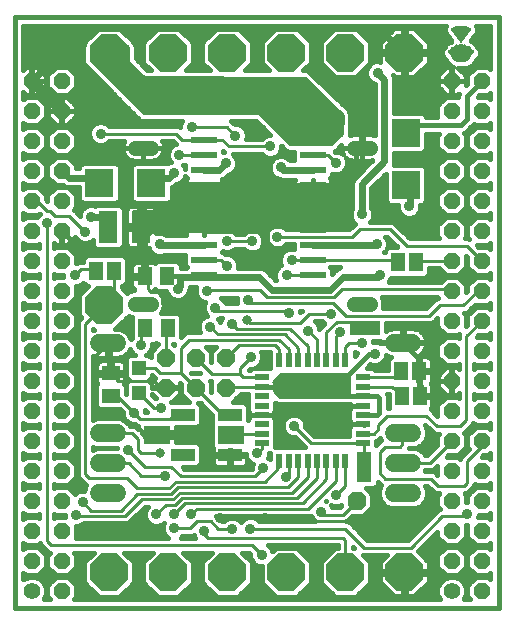
<source format=gtl>
G75*
%MOIN*%
%OFA0B0*%
%FSLAX24Y24*%
%IPPOS*%
%LPD*%
%AMOC8*
5,1,8,0,0,1.08239X$1,22.5*
%
%ADD10C,0.0160*%
%ADD11R,0.0500X0.0220*%
%ADD12R,0.0220X0.0500*%
%ADD13OC8,0.0600*%
%ADD14OC8,0.1250*%
%ADD15OC8,0.0630*%
%ADD16R,0.0472X0.0472*%
%ADD17R,0.0512X0.0630*%
%ADD18C,0.0560*%
%ADD19OC8,0.0560*%
%ADD20R,0.1000X0.0500*%
%ADD21R,0.0500X0.1000*%
%ADD22R,0.0866X0.0236*%
%ADD23R,0.0512X0.0591*%
%ADD24R,0.0630X0.1063*%
%ADD25R,0.0460X0.0630*%
%ADD26R,0.0787X0.0433*%
%ADD27R,0.0591X0.0512*%
%ADD28C,0.0515*%
%ADD29R,0.0945X0.0945*%
%ADD30C,0.0600*%
%ADD31R,0.0312X0.0004*%
%ADD32R,0.0344X0.0004*%
%ADD33R,0.0368X0.0004*%
%ADD34R,0.0392X0.0004*%
%ADD35R,0.0408X0.0004*%
%ADD36R,0.0424X0.0004*%
%ADD37R,0.0432X0.0004*%
%ADD38R,0.0448X0.0004*%
%ADD39R,0.0456X0.0004*%
%ADD40R,0.0472X0.0004*%
%ADD41R,0.0480X0.0004*%
%ADD42R,0.0488X0.0004*%
%ADD43R,0.0496X0.0004*%
%ADD44R,0.0504X0.0004*%
%ADD45R,0.0512X0.0004*%
%ADD46R,0.0520X0.0004*%
%ADD47R,0.0528X0.0004*%
%ADD48R,0.0536X0.0004*%
%ADD49R,0.0536X0.0004*%
%ADD50R,0.0544X0.0004*%
%ADD51R,0.0552X0.0004*%
%ADD52R,0.0560X0.0004*%
%ADD53R,0.0560X0.0004*%
%ADD54R,0.0568X0.0004*%
%ADD55R,0.0576X0.0004*%
%ADD56R,0.0584X0.0004*%
%ADD57R,0.0592X0.0004*%
%ADD58R,0.0592X0.0004*%
%ADD59R,0.0600X0.0004*%
%ADD60R,0.0608X0.0004*%
%ADD61R,0.0608X0.0004*%
%ADD62R,0.0616X0.0004*%
%ADD63R,0.0624X0.0004*%
%ADD64R,0.0632X0.0004*%
%ADD65R,0.0632X0.0004*%
%ADD66R,0.0640X0.0004*%
%ADD67R,0.0648X0.0004*%
%ADD68R,0.0648X0.0004*%
%ADD69R,0.0656X0.0004*%
%ADD70R,0.0664X0.0004*%
%ADD71R,0.0664X0.0004*%
%ADD72R,0.0672X0.0004*%
%ADD73R,0.0680X0.0004*%
%ADD74R,0.0680X0.0004*%
%ADD75R,0.0688X0.0004*%
%ADD76R,0.0696X0.0004*%
%ADD77R,0.0700X0.0004*%
%ADD78R,0.0708X0.0004*%
%ADD79R,0.0716X0.0004*%
%ADD80R,0.0720X0.0004*%
%ADD81R,0.0720X0.0004*%
%ADD82R,0.0724X0.0004*%
%ADD83R,0.0808X0.0004*%
%ADD84R,0.0824X0.0004*%
%ADD85R,0.0832X0.0004*%
%ADD86R,0.0840X0.0004*%
%ADD87R,0.0848X0.0004*%
%ADD88R,0.0856X0.0004*%
%ADD89R,0.0860X0.0004*%
%ADD90R,0.0864X0.0004*%
%ADD91R,0.0864X0.0004*%
%ADD92R,0.0868X0.0004*%
%ADD93R,0.0872X0.0004*%
%ADD94R,0.0872X0.0004*%
%ADD95R,0.0860X0.0004*%
%ADD96R,0.0832X0.0004*%
%ADD97R,0.0824X0.0004*%
%ADD98R,0.0708X0.0004*%
%ADD99R,0.0712X0.0004*%
%ADD100R,0.0712X0.0004*%
%ADD101R,0.0700X0.0004*%
%ADD102R,0.0696X0.0004*%
%ADD103R,0.0692X0.0004*%
%ADD104R,0.0668X0.0004*%
%ADD105R,0.0660X0.0004*%
%ADD106R,0.0452X0.0004*%
%ADD107R,0.0188X0.0004*%
%ADD108R,0.0448X0.0004*%
%ADD109R,0.0440X0.0004*%
%ADD110R,0.0184X0.0004*%
%ADD111R,0.0432X0.0004*%
%ADD112R,0.0184X0.0004*%
%ADD113R,0.0424X0.0004*%
%ADD114R,0.0412X0.0004*%
%ADD115R,0.0128X0.0004*%
%ADD116R,0.0044X0.0004*%
%ADD117R,0.0400X0.0004*%
%ADD118R,0.0008X0.0004*%
%ADD119R,0.0388X0.0004*%
%ADD120R,0.0132X0.0004*%
%ADD121R,0.0360X0.0004*%
%ADD122R,0.0136X0.0004*%
%ADD123R,0.0340X0.0004*%
%ADD124R,0.0140X0.0004*%
%ADD125R,0.0328X0.0004*%
%ADD126R,0.0144X0.0004*%
%ADD127R,0.0324X0.0004*%
%ADD128R,0.0148X0.0004*%
%ADD129R,0.0320X0.0004*%
%ADD130R,0.0156X0.0004*%
%ADD131R,0.0316X0.0004*%
%ADD132R,0.0176X0.0004*%
%ADD133R,0.0080X0.0004*%
%ADD134R,0.0052X0.0004*%
%ADD135R,0.0380X0.0004*%
%ADD136R,0.0372X0.0004*%
%ADD137R,0.0356X0.0004*%
%ADD138R,0.0004X0.0004*%
%ADD139R,0.0308X0.0004*%
%ADD140R,0.0060X0.0004*%
%ADD141R,0.0240X0.0004*%
%ADD142R,0.0232X0.0004*%
%ADD143R,0.0044X0.0004*%
%ADD144R,0.0164X0.0004*%
%ADD145R,0.0056X0.0004*%
%ADD146R,0.0036X0.0004*%
%ADD147R,0.0156X0.0004*%
%ADD148R,0.0048X0.0004*%
%ADD149R,0.0024X0.0004*%
%ADD150R,0.0036X0.0004*%
%ADD151R,0.0016X0.0004*%
%ADD152R,0.0028X0.0004*%
%ADD153R,0.0012X0.0004*%
%ADD154R,0.0124X0.0004*%
%ADD155R,0.0108X0.0004*%
%ADD156R,0.0008X0.0004*%
%ADD157R,0.0092X0.0004*%
%ADD158R,0.0068X0.0004*%
%ADD159R,0.0008X0.0004*%
%ADD160R,0.0016X0.0004*%
%ADD161R,0.0024X0.0004*%
%ADD162R,0.0032X0.0004*%
%ADD163R,0.0032X0.0004*%
%ADD164R,0.0040X0.0004*%
%ADD165R,0.0056X0.0004*%
%ADD166R,0.0064X0.0004*%
%ADD167R,0.0072X0.0004*%
%ADD168R,0.0088X0.0004*%
%ADD169R,0.0096X0.0004*%
%ADD170R,0.0104X0.0004*%
%ADD171R,0.0112X0.0004*%
%ADD172R,0.0120X0.0004*%
%ADD173R,0.0124X0.0004*%
%ADD174R,0.0128X0.0004*%
%ADD175R,0.0144X0.0004*%
%ADD176R,0.0152X0.0004*%
%ADD177R,0.0152X0.0004*%
%ADD178R,0.0160X0.0004*%
%ADD179R,0.0168X0.0004*%
%ADD180R,0.0176X0.0004*%
%ADD181R,0.0184X0.0004*%
%ADD182R,0.0192X0.0004*%
%ADD183R,0.0200X0.0004*%
%ADD184R,0.0208X0.0004*%
%ADD185R,0.0216X0.0004*%
%ADD186R,0.0216X0.0004*%
%ADD187R,0.0224X0.0004*%
%ADD188R,0.0232X0.0004*%
%ADD189R,0.0240X0.0004*%
%ADD190R,0.0248X0.0004*%
%ADD191R,0.0256X0.0004*%
%ADD192R,0.0264X0.0004*%
%ADD193R,0.0272X0.0004*%
%ADD194R,0.0280X0.0004*%
%ADD195R,0.0288X0.0004*%
%ADD196R,0.0296X0.0004*%
%ADD197R,0.0304X0.0004*%
%ADD198R,0.0320X0.0004*%
%ADD199R,0.0328X0.0004*%
%ADD200R,0.0336X0.0004*%
%ADD201R,0.0336X0.0004*%
%ADD202R,0.0200X0.0004*%
%ADD203R,0.0128X0.0004*%
%ADD204R,0.0204X0.0004*%
%ADD205R,0.0216X0.0004*%
%ADD206R,0.0228X0.0004*%
%ADD207R,0.0416X0.0004*%
%ADD208R,0.0424X0.0004*%
%ADD209R,0.0428X0.0004*%
%ADD210R,0.0304X0.0004*%
%ADD211R,0.0180X0.0004*%
%ADD212R,0.0112X0.0004*%
%ADD213R,0.0176X0.0004*%
%ADD214R,0.0112X0.0004*%
%ADD215R,0.0132X0.0004*%
%ADD216R,0.0116X0.0004*%
%ADD217R,0.0332X0.0004*%
%ADD218R,0.0336X0.0004*%
%ADD219R,0.0480X0.0004*%
%ADD220R,0.0496X0.0004*%
%ADD221R,0.0512X0.0004*%
%ADD222R,0.0544X0.0004*%
%ADD223R,0.0208X0.0004*%
%ADD224R,0.0356X0.0004*%
%ADD225R,0.0208X0.0004*%
%ADD226R,0.0364X0.0004*%
%ADD227R,0.0212X0.0004*%
%ADD228R,0.0368X0.0004*%
%ADD229R,0.0220X0.0004*%
%ADD230R,0.0600X0.0004*%
%ADD231R,0.0356X0.0004*%
%ADD232R,0.0228X0.0004*%
%ADD233R,0.0236X0.0004*%
%ADD234R,0.0360X0.0004*%
%ADD235R,0.0368X0.0004*%
%ADD236R,0.0244X0.0004*%
%ADD237R,0.0252X0.0004*%
%ADD238R,0.0376X0.0004*%
%ADD239R,0.0672X0.0004*%
%ADD240R,0.0624X0.0004*%
%ADD241R,0.0596X0.0004*%
%ADD242R,0.0552X0.0004*%
%ADD243R,0.0456X0.0004*%
%ADD244R,0.0384X0.0004*%
%ADD245R,0.0352X0.0004*%
%ADD246R,0.0188X0.0004*%
%ADD247R,0.0108X0.0004*%
%ADD248R,0.0906X0.0630*%
%ADD249C,0.0356*%
%ADD250C,0.0100*%
%ADD251C,0.0240*%
%ADD252C,0.0320*%
%ADD253C,0.0120*%
%ADD254C,0.0317*%
D10*
X003348Y000180D02*
X019490Y000180D01*
X019490Y019865D01*
X003348Y019865D01*
X003348Y000180D01*
X003628Y001123D02*
X003628Y001347D01*
X003720Y001255D01*
X004118Y001255D01*
X004399Y001536D01*
X004399Y001934D01*
X004118Y002215D01*
X003720Y002215D01*
X003628Y002123D01*
X003628Y002347D01*
X003720Y002255D01*
X004118Y002255D01*
X004186Y002324D01*
X004211Y002263D01*
X004346Y002128D01*
X004417Y002058D01*
X004509Y002020D01*
X004525Y002020D01*
X004439Y001934D01*
X004439Y001536D01*
X004720Y001255D01*
X005118Y001255D01*
X005399Y001536D01*
X005399Y001934D01*
X005313Y002020D01*
X005990Y002020D01*
X005673Y001703D01*
X005673Y001019D01*
X006156Y000536D01*
X006840Y000536D01*
X007323Y001019D01*
X007323Y001703D01*
X007006Y002020D01*
X007959Y002020D01*
X007641Y001703D01*
X007641Y001019D01*
X008125Y000536D01*
X008808Y000536D01*
X009291Y001019D01*
X009291Y001703D01*
X008974Y002020D01*
X009927Y002020D01*
X009610Y001703D01*
X009610Y001019D01*
X010093Y000536D01*
X010777Y000536D01*
X011260Y001019D01*
X011260Y001703D01*
X010943Y002020D01*
X011155Y002020D01*
X011210Y001965D01*
X011210Y001865D01*
X011268Y001726D01*
X011374Y001619D01*
X011513Y001562D01*
X011578Y001562D01*
X011578Y001019D01*
X012062Y000536D01*
X012745Y000536D01*
X013228Y001019D01*
X013228Y001703D01*
X012745Y002186D01*
X012062Y002186D01*
X011944Y002069D01*
X011909Y002154D01*
X011803Y002261D01*
X011792Y002265D01*
X014123Y002265D01*
X014123Y002186D01*
X014030Y002186D01*
X013547Y001703D01*
X013547Y001019D01*
X014030Y000536D01*
X014714Y000536D01*
X015197Y001019D01*
X015197Y001703D01*
X014965Y001935D01*
X015776Y001935D01*
X015535Y001695D01*
X015535Y001411D01*
X016290Y001411D01*
X016290Y001311D01*
X015535Y001311D01*
X015535Y001028D01*
X016007Y000556D01*
X016290Y000556D01*
X016290Y001311D01*
X016390Y001311D01*
X016390Y000556D01*
X016674Y000556D01*
X017145Y001028D01*
X017145Y001311D01*
X016390Y001311D01*
X016390Y001411D01*
X017145Y001411D01*
X017145Y001695D01*
X016785Y002055D01*
X017439Y002709D01*
X017439Y002536D01*
X017720Y002255D01*
X018118Y002255D01*
X018399Y002536D01*
X018399Y002932D01*
X018439Y002932D01*
X018439Y002536D01*
X018720Y002255D01*
X019118Y002255D01*
X019210Y002347D01*
X019210Y002123D01*
X019118Y002215D01*
X018720Y002215D01*
X018439Y001934D01*
X018439Y001536D01*
X018720Y001255D01*
X019118Y001255D01*
X019210Y001347D01*
X019210Y001123D01*
X019118Y001215D01*
X018720Y001215D01*
X018439Y000934D01*
X018439Y000536D01*
X018515Y000460D01*
X018323Y000460D01*
X018326Y000463D01*
X018399Y000640D01*
X018399Y000831D01*
X018326Y001007D01*
X018191Y001142D01*
X018015Y001215D01*
X017824Y001215D01*
X017647Y001142D01*
X017512Y001007D01*
X017439Y000831D01*
X017439Y000640D01*
X017512Y000463D01*
X017515Y000460D01*
X005323Y000460D01*
X005399Y000536D01*
X005399Y000934D01*
X005118Y001215D01*
X004720Y001215D01*
X004439Y000934D01*
X004439Y000536D01*
X004515Y000460D01*
X004323Y000460D01*
X004326Y000463D01*
X004399Y000640D01*
X004399Y000831D01*
X004326Y001007D01*
X004191Y001142D01*
X004015Y001215D01*
X003824Y001215D01*
X003647Y001142D01*
X003628Y001123D01*
X003628Y001131D02*
X003636Y001131D01*
X003628Y001290D02*
X003686Y001290D01*
X004152Y001290D02*
X004686Y001290D01*
X004636Y001131D02*
X004202Y001131D01*
X004340Y000973D02*
X004478Y000973D01*
X004439Y000814D02*
X004399Y000814D01*
X004399Y000656D02*
X004439Y000656D01*
X004478Y000497D02*
X004340Y000497D01*
X005202Y001131D02*
X005673Y001131D01*
X005673Y001290D02*
X005152Y001290D01*
X005311Y001448D02*
X005673Y001448D01*
X005673Y001607D02*
X005399Y001607D01*
X005399Y001765D02*
X005735Y001765D01*
X005894Y001924D02*
X005399Y001924D01*
X005383Y002520D02*
X005399Y002536D01*
X005399Y002897D01*
X005470Y002897D01*
X005609Y002955D01*
X005644Y002990D01*
X007078Y002990D01*
X007170Y003028D01*
X007687Y003545D01*
X007787Y003545D01*
X007744Y003502D01*
X007687Y003363D01*
X007687Y003213D01*
X007744Y003074D01*
X007851Y002967D01*
X007990Y002910D01*
X008140Y002910D01*
X008279Y002967D01*
X008330Y003019D01*
X008285Y002910D01*
X008285Y002760D01*
X008343Y002621D01*
X008444Y002520D01*
X005383Y002520D01*
X005399Y002558D02*
X008406Y002558D01*
X008303Y002716D02*
X005399Y002716D01*
X005399Y002875D02*
X008285Y002875D01*
X007785Y003033D02*
X007175Y003033D01*
X007333Y003192D02*
X007696Y003192D01*
X007687Y003350D02*
X007492Y003350D01*
X007650Y003509D02*
X007751Y003509D01*
X008883Y002520D02*
X008948Y002585D01*
X009258Y002585D01*
X009313Y002608D01*
X009343Y002536D01*
X009359Y002520D01*
X008883Y002520D01*
X008921Y002558D02*
X009334Y002558D01*
X009071Y001924D02*
X009831Y001924D01*
X009672Y001765D02*
X009229Y001765D01*
X009291Y001607D02*
X009610Y001607D01*
X009610Y001448D02*
X009291Y001448D01*
X009291Y001290D02*
X009610Y001290D01*
X009610Y001131D02*
X009291Y001131D01*
X009245Y000973D02*
X009657Y000973D01*
X009815Y000814D02*
X009086Y000814D01*
X008928Y000656D02*
X009974Y000656D01*
X010896Y000656D02*
X011942Y000656D01*
X011784Y000814D02*
X011055Y000814D01*
X011213Y000973D02*
X011625Y000973D01*
X011578Y001131D02*
X011260Y001131D01*
X011260Y001290D02*
X011578Y001290D01*
X011578Y001448D02*
X011260Y001448D01*
X011260Y001607D02*
X011405Y001607D01*
X011252Y001765D02*
X011198Y001765D01*
X011210Y001924D02*
X011039Y001924D01*
X011823Y002241D02*
X014123Y002241D01*
X013926Y002082D02*
X012849Y002082D01*
X013008Y001924D02*
X013768Y001924D01*
X013609Y001765D02*
X013166Y001765D01*
X013228Y001607D02*
X013547Y001607D01*
X013547Y001448D02*
X013228Y001448D01*
X013228Y001290D02*
X013547Y001290D01*
X013547Y001131D02*
X013228Y001131D01*
X013182Y000973D02*
X013594Y000973D01*
X013752Y000814D02*
X013023Y000814D01*
X012865Y000656D02*
X013911Y000656D01*
X014833Y000656D02*
X015908Y000656D01*
X015749Y000814D02*
X014992Y000814D01*
X015150Y000973D02*
X015591Y000973D01*
X015535Y001131D02*
X015197Y001131D01*
X015197Y001290D02*
X015535Y001290D01*
X015535Y001448D02*
X015197Y001448D01*
X015197Y001607D02*
X015535Y001607D01*
X015606Y001765D02*
X015135Y001765D01*
X014976Y001924D02*
X015764Y001924D01*
X016290Y001290D02*
X016390Y001290D01*
X016390Y001131D02*
X016290Y001131D01*
X016290Y000973D02*
X016390Y000973D01*
X016390Y000814D02*
X016290Y000814D01*
X016290Y000656D02*
X016390Y000656D01*
X016773Y000656D02*
X017439Y000656D01*
X017439Y000814D02*
X016932Y000814D01*
X017090Y000973D02*
X017498Y000973D01*
X017636Y001131D02*
X017145Y001131D01*
X017145Y001290D02*
X017686Y001290D01*
X017720Y001255D02*
X017439Y001536D01*
X017439Y001934D01*
X017720Y002215D01*
X018118Y002215D01*
X018399Y001934D01*
X018399Y001536D01*
X018118Y001255D01*
X017720Y001255D01*
X017527Y001448D02*
X017145Y001448D01*
X017145Y001607D02*
X017439Y001607D01*
X017439Y001765D02*
X017075Y001765D01*
X016916Y001924D02*
X017439Y001924D01*
X017587Y002082D02*
X016813Y002082D01*
X016971Y002241D02*
X019210Y002241D01*
X018587Y002082D02*
X018251Y002082D01*
X018399Y001924D02*
X018439Y001924D01*
X018439Y001765D02*
X018399Y001765D01*
X018399Y001607D02*
X018439Y001607D01*
X018527Y001448D02*
X018311Y001448D01*
X018152Y001290D02*
X018686Y001290D01*
X018636Y001131D02*
X018202Y001131D01*
X018340Y000973D02*
X018478Y000973D01*
X018439Y000814D02*
X018399Y000814D01*
X018399Y000656D02*
X018439Y000656D01*
X018478Y000497D02*
X018340Y000497D01*
X017498Y000497D02*
X005360Y000497D01*
X005399Y000656D02*
X006037Y000656D01*
X005878Y000814D02*
X005399Y000814D01*
X005361Y000973D02*
X005720Y000973D01*
X004527Y001448D02*
X004311Y001448D01*
X004399Y001607D02*
X004439Y001607D01*
X004439Y001765D02*
X004399Y001765D01*
X004399Y001924D02*
X004439Y001924D01*
X004393Y002082D02*
X004251Y002082D01*
X004234Y002241D02*
X003628Y002241D01*
X003628Y003123D02*
X003628Y003347D01*
X003720Y003255D01*
X004118Y003255D01*
X004173Y003310D01*
X004173Y003160D01*
X004118Y003215D01*
X003720Y003215D01*
X003628Y003123D01*
X003628Y003192D02*
X003697Y003192D01*
X004142Y003192D02*
X004173Y003192D01*
X004673Y003192D02*
X004697Y003192D01*
X004720Y003215D02*
X004673Y003168D01*
X004673Y003302D01*
X004720Y003255D01*
X005017Y003255D01*
X005017Y003215D01*
X004720Y003215D01*
X004673Y004168D02*
X004673Y004302D01*
X004720Y004255D01*
X005118Y004255D01*
X005399Y004536D01*
X005399Y004934D01*
X005118Y005215D01*
X004720Y005215D01*
X004673Y005168D01*
X004673Y005302D01*
X004720Y005255D01*
X005118Y005255D01*
X005399Y005536D01*
X005399Y005934D01*
X005118Y006215D01*
X004720Y006215D01*
X004673Y006168D01*
X004673Y006302D01*
X004720Y006255D01*
X005118Y006255D01*
X005399Y006536D01*
X005399Y006934D01*
X005118Y007215D01*
X004720Y007215D01*
X004673Y007168D01*
X004673Y007302D01*
X004720Y007255D01*
X005118Y007255D01*
X005399Y007536D01*
X005399Y007934D01*
X005118Y008215D01*
X004720Y008215D01*
X004673Y008168D01*
X004673Y008302D01*
X004720Y008255D01*
X005118Y008255D01*
X005399Y008536D01*
X005399Y008934D01*
X005118Y009215D01*
X004720Y009215D01*
X004673Y009168D01*
X004673Y009302D01*
X004720Y009255D01*
X005118Y009255D01*
X005399Y009536D01*
X005399Y009934D01*
X005118Y010215D01*
X004720Y010215D01*
X004673Y010168D01*
X004673Y010302D01*
X004720Y010255D01*
X005118Y010255D01*
X005399Y010536D01*
X005399Y010887D01*
X005429Y010887D01*
X005568Y010944D01*
X005634Y011011D01*
X005750Y010895D01*
X005788Y010895D01*
X005506Y010613D01*
X005506Y009930D01*
X005571Y009865D01*
X005491Y009785D01*
X005453Y009693D01*
X005453Y004585D01*
X005491Y004493D01*
X005621Y004363D01*
X005692Y004293D01*
X005736Y004275D01*
X005734Y004273D01*
X005658Y004089D01*
X005658Y004078D01*
X005543Y004078D01*
X005404Y004021D01*
X005358Y003975D01*
X005118Y004215D01*
X004720Y004215D01*
X004673Y004168D01*
X004673Y004301D02*
X004674Y004301D01*
X004173Y004301D02*
X004164Y004301D01*
X004173Y004310D02*
X004173Y004160D01*
X004118Y004215D01*
X003720Y004215D01*
X003628Y004123D01*
X003628Y004347D01*
X003720Y004255D01*
X004118Y004255D01*
X004173Y004310D01*
X003674Y004301D02*
X003628Y004301D01*
X003628Y004143D02*
X003648Y004143D01*
X003628Y005123D02*
X003628Y005347D01*
X003720Y005255D01*
X004118Y005255D01*
X004173Y005310D01*
X004173Y005160D01*
X004118Y005215D01*
X003720Y005215D01*
X003628Y005123D01*
X003628Y005252D02*
X004173Y005252D01*
X004673Y005252D02*
X005453Y005252D01*
X005453Y005094D02*
X005240Y005094D01*
X005398Y004935D02*
X005453Y004935D01*
X005453Y004777D02*
X005399Y004777D01*
X005399Y004618D02*
X005453Y004618D01*
X005525Y004460D02*
X005322Y004460D01*
X005164Y004301D02*
X005684Y004301D01*
X005680Y004143D02*
X005191Y004143D01*
X005349Y003984D02*
X005368Y003984D01*
X005453Y005411D02*
X005273Y005411D01*
X005399Y005569D02*
X005453Y005569D01*
X005453Y005728D02*
X005399Y005728D01*
X005399Y005886D02*
X005453Y005886D01*
X005453Y006045D02*
X005289Y006045D01*
X005130Y006203D02*
X005453Y006203D01*
X005453Y006362D02*
X005224Y006362D01*
X005383Y006520D02*
X005453Y006520D01*
X005453Y006679D02*
X005399Y006679D01*
X005399Y006837D02*
X005453Y006837D01*
X005453Y006996D02*
X005338Y006996D01*
X005453Y007154D02*
X005179Y007154D01*
X005175Y007313D02*
X005453Y007313D01*
X005453Y007471D02*
X005334Y007471D01*
X005399Y007630D02*
X005453Y007630D01*
X005453Y007788D02*
X005399Y007788D01*
X005387Y007947D02*
X005453Y007947D01*
X005453Y008105D02*
X005228Y008105D01*
X005126Y008264D02*
X005453Y008264D01*
X005453Y008422D02*
X005285Y008422D01*
X005399Y008581D02*
X005453Y008581D01*
X005453Y008739D02*
X005399Y008739D01*
X005399Y008898D02*
X005453Y008898D01*
X005453Y009056D02*
X005277Y009056D01*
X005119Y009215D02*
X005453Y009215D01*
X005453Y009373D02*
X005236Y009373D01*
X005394Y009532D02*
X005453Y009532D01*
X005453Y009690D02*
X005399Y009690D01*
X005399Y009849D02*
X005555Y009849D01*
X005506Y010007D02*
X005326Y010007D01*
X005168Y010166D02*
X005506Y010166D01*
X005506Y010324D02*
X005187Y010324D01*
X005345Y010483D02*
X005506Y010483D01*
X005534Y010641D02*
X005399Y010641D01*
X005399Y010800D02*
X005693Y010800D01*
X005687Y010958D02*
X005581Y010958D01*
X004975Y011215D02*
X004720Y011215D01*
X004673Y011168D01*
X004673Y011302D01*
X004720Y011255D01*
X004975Y011255D01*
X004975Y011215D01*
X004700Y011275D02*
X004673Y011275D01*
X004173Y011275D02*
X004138Y011275D01*
X004118Y011255D02*
X004173Y011310D01*
X004173Y011160D01*
X004118Y011215D01*
X003720Y011215D01*
X003628Y011123D01*
X003628Y011347D01*
X003720Y011255D01*
X004118Y011255D01*
X003700Y011275D02*
X003628Y011275D01*
X003628Y012123D02*
X003628Y012347D01*
X003720Y012255D01*
X004118Y012255D01*
X004173Y012310D01*
X004173Y012160D01*
X004118Y012215D01*
X003720Y012215D01*
X003628Y012123D01*
X003628Y012226D02*
X004173Y012226D01*
X004673Y012226D02*
X005976Y012226D01*
X005950Y012252D02*
X006068Y012135D01*
X006863Y012135D01*
X006980Y012252D01*
X006980Y013481D01*
X006863Y013598D01*
X006068Y013598D01*
X006034Y013564D01*
X005971Y013591D01*
X005821Y013591D01*
X005682Y013533D01*
X005575Y013427D01*
X005518Y013288D01*
X005518Y013251D01*
X005382Y013387D01*
X005316Y013453D01*
X005399Y013536D01*
X005399Y013934D01*
X005143Y014190D01*
X005500Y014190D01*
X005500Y013780D01*
X005617Y013663D01*
X006727Y013663D01*
X006845Y013780D01*
X006845Y014890D01*
X006727Y015007D01*
X005617Y015007D01*
X005500Y014890D01*
X005500Y014830D01*
X005399Y014830D01*
X005399Y014934D01*
X005118Y015215D01*
X004720Y015215D01*
X004439Y014934D01*
X004439Y014536D01*
X004720Y014255D01*
X004947Y014255D01*
X004963Y014239D01*
X005020Y014215D01*
X004720Y014215D01*
X004439Y013934D01*
X004439Y013753D01*
X004399Y013793D01*
X004399Y013934D01*
X004118Y014215D01*
X003720Y014215D01*
X003628Y014123D01*
X003628Y014347D01*
X003720Y014255D01*
X004118Y014255D01*
X004399Y014536D01*
X004399Y014934D01*
X004118Y015215D01*
X003720Y015215D01*
X003628Y015123D01*
X003628Y015347D01*
X003720Y015255D01*
X004118Y015255D01*
X004399Y015536D01*
X004399Y015934D01*
X004118Y016215D01*
X003720Y016215D01*
X003628Y016123D01*
X003628Y016347D01*
X003628Y016347D01*
X003720Y016255D01*
X004118Y016255D01*
X004399Y016536D01*
X004399Y016934D01*
X004118Y017215D01*
X003720Y017215D01*
X003628Y017123D01*
X003628Y017375D01*
X003729Y017275D01*
X003909Y017275D01*
X003909Y017725D01*
X003929Y017725D01*
X003929Y017275D01*
X004110Y017275D01*
X004379Y017545D01*
X004379Y017725D01*
X003929Y017725D01*
X003929Y017745D01*
X003909Y017745D01*
X003909Y018195D01*
X003729Y018195D01*
X003628Y018095D01*
X003628Y019585D01*
X017743Y019585D01*
X017692Y019535D01*
X017692Y019535D01*
X017688Y019531D01*
X017688Y019357D01*
X017696Y019349D01*
X017696Y019345D01*
X017708Y019333D01*
X017708Y019329D01*
X017712Y019325D01*
X017720Y019317D01*
X017720Y019313D01*
X017728Y019305D01*
X017732Y019301D01*
X017732Y019297D01*
X017744Y019285D01*
X017744Y019281D01*
X017756Y019269D01*
X017756Y019265D01*
X017768Y019253D01*
X017768Y019249D01*
X017772Y019245D01*
X017780Y019237D01*
X017780Y019233D01*
X017788Y019225D01*
X017792Y019221D01*
X017792Y019217D01*
X017800Y019209D01*
X017800Y019205D01*
X017812Y019193D01*
X017812Y019193D01*
X017812Y019193D01*
X017812Y019189D01*
X017816Y019185D01*
X017824Y019177D01*
X017824Y019173D01*
X017836Y019161D01*
X017836Y019157D01*
X017848Y019145D01*
X017848Y019141D01*
X017860Y019129D01*
X017860Y019125D01*
X017872Y019113D01*
X017872Y019109D01*
X017876Y019105D01*
X017884Y019097D01*
X017884Y019093D01*
X017892Y019085D01*
X017896Y019081D01*
X017896Y019077D01*
X017907Y019066D01*
X017889Y019048D01*
X017825Y019048D01*
X017708Y018931D01*
X017708Y018915D01*
X017704Y018911D01*
X017704Y018903D01*
X017616Y018815D01*
X017596Y018795D01*
X017596Y018787D01*
X017592Y018783D01*
X017592Y018779D01*
X017592Y018601D01*
X017592Y018593D01*
X017596Y018589D01*
X017596Y018581D01*
X017696Y018481D01*
X017700Y018477D01*
X017700Y018473D01*
X017704Y018469D01*
X017704Y018461D01*
X017708Y018457D01*
X017708Y018453D01*
X017712Y018449D01*
X017712Y018445D01*
X017716Y018441D01*
X017716Y018437D01*
X017720Y018433D01*
X017720Y018429D01*
X017724Y018425D01*
X017724Y018421D01*
X017728Y018417D01*
X017728Y018413D01*
X017732Y018409D01*
X017732Y018405D01*
X017740Y018397D01*
X017740Y018393D01*
X017748Y018385D01*
X017748Y018381D01*
X017752Y018377D01*
X017760Y018369D01*
X017760Y018365D01*
X017877Y018248D01*
X017881Y018244D01*
X017885Y018240D01*
X017889Y018236D01*
X017893Y018232D01*
X017897Y018228D01*
X017901Y018224D01*
X017905Y018220D01*
X017909Y018216D01*
X017913Y018216D01*
X017921Y018208D01*
X017925Y018208D01*
X017929Y018204D01*
X017933Y018200D01*
X017937Y018200D01*
X017941Y018196D01*
X017945Y018196D01*
X017946Y018195D01*
X017929Y018195D01*
X017929Y017745D01*
X017909Y017745D01*
X017909Y017725D01*
X017459Y017725D01*
X017459Y017545D01*
X017729Y017275D01*
X017909Y017275D01*
X017909Y017725D01*
X017929Y017725D01*
X017929Y017275D01*
X018110Y017275D01*
X018153Y017318D01*
X018143Y017295D01*
X018143Y017190D01*
X018118Y017215D01*
X017720Y017215D01*
X017439Y016934D01*
X017439Y016545D01*
X017061Y016545D01*
X017061Y016566D01*
X016944Y016684D01*
X015993Y016684D01*
X015993Y017849D01*
X015962Y017924D01*
X016007Y017879D01*
X016290Y017879D01*
X016290Y018634D01*
X015535Y018634D01*
X015535Y018383D01*
X015524Y018388D01*
X015373Y018388D01*
X015234Y018331D01*
X015128Y018224D01*
X015070Y018085D01*
X015070Y017935D01*
X015128Y017796D01*
X015234Y017689D01*
X015353Y017640D01*
X015353Y015926D01*
X015288Y015947D01*
X015220Y015957D01*
X014928Y015957D01*
X014636Y015957D01*
X014568Y015947D01*
X014517Y015930D01*
X014518Y015931D01*
X014518Y015933D01*
X014518Y015935D01*
X014518Y015983D01*
X014528Y016564D01*
X014529Y016567D01*
X014528Y016614D01*
X014529Y016661D01*
X014528Y016664D01*
X015353Y016664D01*
X015353Y016506D02*
X014527Y016506D01*
X014528Y016664D02*
X014528Y016667D01*
X014510Y016710D01*
X014492Y016753D01*
X014490Y016755D01*
X014489Y016758D01*
X014456Y016791D01*
X014423Y016825D01*
X014420Y016826D01*
X013210Y018017D01*
X013176Y018052D01*
X013174Y018052D01*
X013173Y018053D01*
X013128Y018071D01*
X013084Y018090D01*
X013082Y018090D01*
X013081Y018090D01*
X013033Y018090D01*
X012976Y018090D01*
X013228Y018342D01*
X013228Y019026D01*
X012745Y019509D01*
X012062Y019509D01*
X011578Y019026D01*
X011578Y018342D01*
X011827Y018093D01*
X011013Y018096D01*
X011260Y018342D01*
X011260Y019026D01*
X010777Y019509D01*
X010093Y019509D01*
X009610Y019026D01*
X009610Y018342D01*
X009853Y018099D01*
X009050Y018101D01*
X009291Y018342D01*
X009291Y019026D01*
X008808Y019509D01*
X008125Y019509D01*
X007641Y019026D01*
X007641Y018342D01*
X007879Y018104D01*
X007762Y018105D01*
X007378Y018489D01*
X007378Y018910D01*
X007340Y019002D01*
X007323Y019019D01*
X007323Y019026D01*
X006840Y019509D01*
X006156Y019509D01*
X005673Y019026D01*
X005673Y019008D01*
X005668Y018996D01*
X005655Y018978D01*
X005649Y018951D01*
X005638Y018925D01*
X005638Y018904D01*
X005628Y018880D01*
X005628Y018857D01*
X005623Y018836D01*
X005628Y018808D01*
X005628Y018380D01*
X005666Y018288D01*
X007436Y016518D01*
X007507Y016448D01*
X007599Y016410D01*
X008934Y016410D01*
X008933Y016409D01*
X008875Y016270D01*
X008875Y016199D01*
X008788Y016235D01*
X006503Y016235D01*
X006433Y016306D01*
X006294Y016363D01*
X006143Y016363D01*
X006004Y016306D01*
X005898Y016199D01*
X005840Y016060D01*
X005840Y015910D01*
X005898Y015771D01*
X006004Y015664D01*
X006143Y015607D01*
X006294Y015607D01*
X006433Y015664D01*
X006503Y015735D01*
X006989Y015735D01*
X006965Y015688D01*
X006944Y015622D01*
X006933Y015554D01*
X006933Y015520D01*
X007628Y015520D01*
X006933Y015520D01*
X006933Y015486D01*
X006944Y015418D01*
X006965Y015352D01*
X006997Y015291D01*
X007037Y015235D01*
X007086Y015186D01*
X007142Y015146D01*
X007203Y015115D01*
X007268Y015093D01*
X007336Y015083D01*
X007628Y015083D01*
X007628Y015520D01*
X007628Y015520D01*
X007628Y015520D01*
X007628Y015083D01*
X007920Y015083D01*
X007988Y015093D01*
X008054Y015115D01*
X008115Y015146D01*
X008171Y015186D01*
X008220Y015235D01*
X008260Y015291D01*
X008291Y015352D01*
X008313Y015418D01*
X008323Y015486D01*
X008323Y015520D01*
X008323Y015554D01*
X008313Y015622D01*
X008291Y015688D01*
X008267Y015735D01*
X008635Y015735D01*
X008726Y015643D01*
X008728Y015642D01*
X008629Y015601D01*
X008523Y015494D01*
X008465Y015355D01*
X008465Y015205D01*
X008523Y015066D01*
X008545Y015043D01*
X008459Y015007D01*
X007349Y015007D01*
X007232Y014890D01*
X007232Y013780D01*
X007349Y013663D01*
X008460Y013663D01*
X008577Y013780D01*
X008577Y014198D01*
X008675Y014239D01*
X008743Y014307D01*
X008744Y014307D01*
X008883Y014364D01*
X008989Y014471D01*
X009033Y014578D01*
X009033Y014572D01*
X009097Y014509D01*
X009089Y014502D01*
X009066Y014461D01*
X009053Y014415D01*
X009053Y014273D01*
X009053Y014131D01*
X009066Y014086D01*
X009089Y014045D01*
X009111Y014023D01*
X009089Y014002D01*
X009066Y013961D01*
X009053Y013915D01*
X009053Y013773D01*
X009053Y013631D01*
X009066Y013586D01*
X009089Y013545D01*
X009111Y013523D01*
X009089Y013502D01*
X009066Y013461D01*
X009053Y013415D01*
X009053Y013273D01*
X009053Y013131D01*
X009066Y013086D01*
X009089Y013045D01*
X009111Y013023D01*
X009089Y013002D01*
X009066Y012961D01*
X009053Y012915D01*
X009053Y012773D01*
X009053Y012631D01*
X009064Y012593D01*
X008415Y012593D01*
X008393Y012616D01*
X008254Y012673D01*
X008103Y012673D01*
X008063Y012656D01*
X008063Y012789D01*
X007645Y012789D01*
X007645Y012155D01*
X007827Y012155D01*
X007858Y012081D01*
X007964Y011974D01*
X008103Y011917D01*
X008254Y011917D01*
X008341Y011953D01*
X009033Y011953D01*
X009033Y011572D01*
X009082Y011523D01*
X009071Y011512D01*
X008883Y011512D01*
X008883Y011610D01*
X008766Y011727D01*
X008089Y011727D01*
X008037Y011676D01*
X008005Y011695D01*
X007959Y011707D01*
X007727Y011707D01*
X007727Y011280D01*
X007631Y011280D01*
X007631Y011707D01*
X007400Y011707D01*
X007354Y011695D01*
X007313Y011671D01*
X007279Y011638D01*
X007256Y011596D01*
X007243Y011551D01*
X007243Y011280D01*
X007631Y011280D01*
X007631Y011184D01*
X007243Y011184D01*
X007243Y010913D01*
X007256Y010867D01*
X007279Y010826D01*
X007313Y010792D01*
X007339Y010777D01*
X007280Y010777D01*
X007112Y010708D01*
X007087Y010683D01*
X006913Y010856D01*
X006913Y010895D01*
X006976Y010895D01*
X007093Y011012D01*
X007093Y011808D01*
X006976Y011925D01*
X005750Y011925D01*
X005633Y011808D01*
X005633Y011715D01*
X005504Y011715D01*
X005412Y011677D01*
X005399Y011664D01*
X005399Y011934D01*
X005118Y012215D01*
X004720Y012215D01*
X004673Y012168D01*
X004673Y012330D01*
X004729Y012275D01*
X004909Y012275D01*
X004909Y012725D01*
X004929Y012725D01*
X004929Y012275D01*
X005110Y012275D01*
X005366Y012532D01*
X005378Y012502D01*
X005485Y012396D01*
X005624Y012338D01*
X005774Y012338D01*
X005913Y012396D01*
X005950Y012433D01*
X005950Y012252D01*
X005950Y012385D02*
X005886Y012385D01*
X005559Y012095D02*
X007679Y012095D01*
X007679Y012526D01*
X007888Y012735D01*
X008418Y012735D01*
X008723Y013040D01*
X008723Y014060D01*
X008963Y014300D01*
X009648Y014300D01*
X009658Y014290D01*
X009667Y014273D02*
X009667Y014273D01*
X009667Y014273D01*
X010280Y014273D01*
X010280Y014131D01*
X010267Y014086D01*
X010244Y014045D01*
X010222Y014023D01*
X010244Y014002D01*
X010267Y013961D01*
X010280Y013915D01*
X010280Y013773D01*
X009667Y013773D01*
X009667Y013773D01*
X009667Y013273D01*
X009667Y013273D01*
X010280Y013273D01*
X010280Y013131D01*
X010267Y013086D01*
X010244Y013045D01*
X010222Y013023D01*
X010244Y013002D01*
X010267Y012961D01*
X010280Y012915D01*
X010280Y012773D01*
X009667Y012773D01*
X009667Y012773D01*
X009667Y012593D01*
X009667Y012593D01*
X009667Y012773D01*
X009667Y012773D01*
X010280Y012773D01*
X010280Y012772D01*
X010343Y012798D01*
X010494Y012798D01*
X010633Y012741D01*
X010723Y012650D01*
X010979Y012650D01*
X011049Y012721D01*
X011188Y012778D01*
X011339Y012778D01*
X011478Y012721D01*
X011584Y012614D01*
X011641Y012475D01*
X011641Y012325D01*
X011584Y012186D01*
X011478Y012079D01*
X011339Y012022D01*
X011188Y012022D01*
X011049Y012079D01*
X010979Y012150D01*
X010683Y012150D01*
X010633Y012099D01*
X010494Y012042D01*
X010343Y012042D01*
X010291Y012064D01*
X010251Y012023D01*
X010251Y012023D01*
X010280Y012023D01*
X010372Y011985D01*
X010394Y011963D01*
X010494Y011963D01*
X010633Y011906D01*
X010739Y011799D01*
X010796Y011660D01*
X010796Y011510D01*
X011572Y011510D01*
X011690Y011461D01*
X012046Y011105D01*
X012072Y011105D01*
X012035Y011195D01*
X012035Y011345D01*
X012093Y011484D01*
X012199Y011591D01*
X012239Y011607D01*
X012200Y011700D01*
X012200Y011850D01*
X012258Y011989D01*
X012364Y012096D01*
X012503Y012153D01*
X012654Y012153D01*
X012655Y012152D01*
X012655Y012290D01*
X012383Y012290D01*
X012313Y012219D01*
X012174Y012162D01*
X012023Y012162D01*
X011884Y012219D01*
X011778Y012326D01*
X011720Y012465D01*
X011720Y012615D01*
X011778Y012754D01*
X011884Y012861D01*
X012023Y012918D01*
X012174Y012918D01*
X012313Y012861D01*
X012383Y012790D01*
X012675Y012790D01*
X012675Y012915D01*
X012688Y012961D01*
X012711Y013002D01*
X012733Y013023D01*
X012711Y013045D01*
X012688Y013086D01*
X012675Y013131D01*
X012675Y013273D01*
X013289Y013273D01*
X013289Y013273D01*
X013902Y013273D01*
X013902Y013131D01*
X013889Y013086D01*
X013866Y013045D01*
X013844Y013023D01*
X013866Y013002D01*
X013889Y012961D01*
X013902Y012915D01*
X013902Y012790D01*
X014505Y012790D01*
X014651Y012937D01*
X014699Y012984D01*
X014603Y013081D01*
X014545Y013220D01*
X014545Y013370D01*
X014603Y013509D01*
X014603Y013510D01*
X014603Y014241D01*
X014603Y014369D01*
X014652Y014486D01*
X015254Y015088D01*
X015220Y015083D01*
X014928Y015083D01*
X014928Y015520D01*
X014233Y015520D01*
X014928Y015520D01*
X014928Y015520D01*
X014928Y015957D01*
X014928Y015520D01*
X014928Y015520D01*
X014928Y015520D01*
X014743Y015335D01*
X014743Y014570D01*
X014453Y014280D01*
X013998Y014280D01*
X013998Y012905D01*
X013893Y012800D01*
X013315Y012800D01*
X012488Y012800D01*
X012378Y012910D01*
X011918Y012910D01*
X011753Y012745D01*
X011748Y012740D01*
X011748Y012220D01*
X011878Y012226D02*
X011601Y012226D01*
X011641Y012385D02*
X011753Y012385D01*
X011720Y012543D02*
X011613Y012543D01*
X011497Y012702D02*
X011756Y012702D01*
X011753Y012745D02*
X009695Y012745D01*
X009667Y012773D01*
X009667Y013273D01*
X009667Y012773D01*
X008990Y012773D01*
X008723Y013040D01*
X009053Y013177D02*
X008063Y013177D01*
X008063Y013019D02*
X009106Y013019D01*
X009053Y012860D02*
X007645Y012860D01*
X007645Y012789D02*
X007645Y012944D01*
X007490Y012944D01*
X007490Y012789D01*
X007073Y012789D01*
X007073Y012311D01*
X007085Y012265D01*
X007109Y012224D01*
X007142Y012191D01*
X007183Y012167D01*
X007229Y012155D01*
X007490Y012155D01*
X007490Y012789D01*
X007645Y012789D01*
X007645Y012702D02*
X007490Y012702D01*
X007490Y012860D02*
X006980Y012860D01*
X007073Y012944D02*
X007490Y012944D01*
X007490Y013578D01*
X007229Y013578D01*
X007183Y013565D01*
X007142Y013542D01*
X007109Y013508D01*
X007085Y013467D01*
X007073Y013421D01*
X007073Y012944D01*
X007073Y013019D02*
X006980Y013019D01*
X006980Y013177D02*
X007073Y013177D01*
X007073Y013336D02*
X006980Y013336D01*
X006967Y013494D02*
X007101Y013494D01*
X007232Y013811D02*
X006845Y013811D01*
X006845Y013970D02*
X007232Y013970D01*
X007232Y014128D02*
X006845Y014128D01*
X006845Y014287D02*
X007232Y014287D01*
X007232Y014445D02*
X006845Y014445D01*
X006845Y014604D02*
X007232Y014604D01*
X007232Y014762D02*
X006845Y014762D01*
X006814Y014921D02*
X007262Y014921D01*
X007035Y015238D02*
X003628Y015238D01*
X004254Y015079D02*
X004584Y015079D01*
X004439Y014921D02*
X004399Y014921D01*
X004399Y014762D02*
X004439Y014762D01*
X004439Y014604D02*
X004399Y014604D01*
X004308Y014445D02*
X004530Y014445D01*
X004689Y014287D02*
X004149Y014287D01*
X004205Y014128D02*
X004633Y014128D01*
X004475Y013970D02*
X004364Y013970D01*
X004399Y013811D02*
X004439Y013811D01*
X004174Y013311D02*
X004182Y013303D01*
X004103Y013224D01*
X004099Y013215D01*
X003720Y013215D01*
X003628Y013123D01*
X003628Y013347D01*
X003720Y013255D01*
X004118Y013255D01*
X004174Y013311D01*
X003682Y013177D02*
X003628Y013177D01*
X003628Y013336D02*
X003640Y013336D01*
X003628Y014128D02*
X003633Y014128D01*
X003628Y014287D02*
X003689Y014287D01*
X004259Y015396D02*
X004579Y015396D01*
X004439Y015536D02*
X004720Y015255D01*
X005118Y015255D01*
X005399Y015536D01*
X005399Y015934D01*
X005118Y016215D01*
X004720Y016215D01*
X004439Y015934D01*
X004439Y015536D01*
X004439Y015555D02*
X004399Y015555D01*
X004399Y015713D02*
X004439Y015713D01*
X004439Y015872D02*
X004399Y015872D01*
X004303Y016030D02*
X004535Y016030D01*
X004694Y016189D02*
X004145Y016189D01*
X004210Y016347D02*
X004657Y016347D01*
X004729Y016275D02*
X004459Y016545D01*
X004459Y016725D01*
X004909Y016725D01*
X004909Y016745D01*
X004459Y016745D01*
X004459Y016926D01*
X004729Y017195D01*
X004909Y017195D01*
X004909Y016745D01*
X004929Y016745D01*
X004929Y017195D01*
X005110Y017195D01*
X005379Y016926D01*
X005379Y016745D01*
X004929Y016745D01*
X004929Y016725D01*
X004929Y016275D01*
X005110Y016275D01*
X005379Y016545D01*
X005379Y016725D01*
X004929Y016725D01*
X004909Y016725D01*
X004909Y016275D01*
X004729Y016275D01*
X004909Y016347D02*
X004929Y016347D01*
X004929Y016506D02*
X004909Y016506D01*
X004909Y016664D02*
X004929Y016664D01*
X004929Y016823D02*
X004909Y016823D01*
X004909Y016981D02*
X004929Y016981D01*
X004929Y017140D02*
X004909Y017140D01*
X004720Y017255D02*
X005118Y017255D01*
X005399Y017536D01*
X005399Y017934D01*
X005118Y018215D01*
X004720Y018215D01*
X004439Y017934D01*
X004439Y017536D01*
X004720Y017255D01*
X004677Y017298D02*
X004133Y017298D01*
X004194Y017140D02*
X004673Y017140D01*
X004515Y016981D02*
X004352Y016981D01*
X004399Y016823D02*
X004459Y016823D01*
X004459Y016664D02*
X004399Y016664D01*
X004368Y016506D02*
X004498Y016506D01*
X005182Y016347D02*
X006104Y016347D01*
X006332Y016347D02*
X008907Y016347D01*
X008657Y015713D02*
X008278Y015713D01*
X008323Y015555D02*
X008583Y015555D01*
X008482Y015396D02*
X008306Y015396D01*
X008323Y015520D02*
X007628Y015520D01*
X008323Y015520D01*
X008221Y015238D02*
X008465Y015238D01*
X008517Y015079D02*
X005254Y015079D01*
X005399Y014921D02*
X005530Y014921D01*
X005259Y015396D02*
X006951Y015396D01*
X006933Y015555D02*
X005399Y015555D01*
X005399Y015713D02*
X005956Y015713D01*
X005856Y015872D02*
X005399Y015872D01*
X005303Y016030D02*
X005840Y016030D01*
X005893Y016189D02*
X005145Y016189D01*
X005340Y016506D02*
X007449Y016506D01*
X007291Y016664D02*
X005379Y016664D01*
X005379Y016823D02*
X007132Y016823D01*
X006974Y016981D02*
X005324Y016981D01*
X005165Y017140D02*
X006815Y017140D01*
X006657Y017298D02*
X005161Y017298D01*
X005319Y017457D02*
X006498Y017457D01*
X006340Y017615D02*
X005399Y017615D01*
X005399Y017774D02*
X006181Y017774D01*
X006023Y017932D02*
X005399Y017932D01*
X005243Y018091D02*
X005864Y018091D01*
X005706Y018249D02*
X003628Y018249D01*
X003628Y018408D02*
X005628Y018408D01*
X005628Y018566D02*
X003628Y018566D01*
X003628Y018725D02*
X005628Y018725D01*
X005630Y018883D02*
X003628Y018883D01*
X003628Y019042D02*
X005689Y019042D01*
X005847Y019200D02*
X003628Y019200D01*
X003628Y019359D02*
X006006Y019359D01*
X006990Y019359D02*
X007974Y019359D01*
X007816Y019200D02*
X007149Y019200D01*
X007307Y019042D02*
X007657Y019042D01*
X007641Y018883D02*
X007378Y018883D01*
X007378Y018725D02*
X007641Y018725D01*
X007641Y018566D02*
X007378Y018566D01*
X007459Y018408D02*
X007641Y018408D01*
X007618Y018249D02*
X007735Y018249D01*
X008959Y019359D02*
X009943Y019359D01*
X009784Y019200D02*
X009117Y019200D01*
X009276Y019042D02*
X009626Y019042D01*
X009610Y018883D02*
X009291Y018883D01*
X009291Y018725D02*
X009610Y018725D01*
X009610Y018566D02*
X009291Y018566D01*
X009291Y018408D02*
X009610Y018408D01*
X009703Y018249D02*
X009198Y018249D01*
X010927Y019359D02*
X011911Y019359D01*
X011753Y019200D02*
X011086Y019200D01*
X011244Y019042D02*
X011594Y019042D01*
X011578Y018883D02*
X011260Y018883D01*
X011260Y018725D02*
X011578Y018725D01*
X011578Y018566D02*
X011260Y018566D01*
X011260Y018408D02*
X011578Y018408D01*
X011672Y018249D02*
X011167Y018249D01*
X012896Y019359D02*
X013880Y019359D01*
X014030Y019509D02*
X013547Y019026D01*
X013547Y018342D01*
X014030Y017859D01*
X014714Y017859D01*
X015197Y018342D01*
X015197Y019026D01*
X014714Y019509D01*
X014030Y019509D01*
X013721Y019200D02*
X013054Y019200D01*
X013213Y019042D02*
X013563Y019042D01*
X013547Y018883D02*
X013228Y018883D01*
X013228Y018725D02*
X013547Y018725D01*
X013547Y018566D02*
X013228Y018566D01*
X013228Y018408D02*
X013547Y018408D01*
X013640Y018249D02*
X013135Y018249D01*
X012977Y018091D02*
X013799Y018091D01*
X013957Y017932D02*
X013296Y017932D01*
X013457Y017774D02*
X015150Y017774D01*
X015071Y017932D02*
X014787Y017932D01*
X014945Y018091D02*
X015072Y018091D01*
X015104Y018249D02*
X015153Y018249D01*
X015197Y018408D02*
X015535Y018408D01*
X015535Y018566D02*
X015197Y018566D01*
X015197Y018725D02*
X016290Y018725D01*
X016290Y018734D02*
X016290Y018634D01*
X016390Y018634D01*
X016390Y017879D01*
X016674Y017879D01*
X017145Y018350D01*
X017145Y018634D01*
X016390Y018634D01*
X016390Y018734D01*
X016290Y018734D01*
X015535Y018734D01*
X015535Y019017D01*
X016007Y019489D01*
X016290Y019489D01*
X016290Y018734D01*
X016390Y018734D02*
X016390Y019489D01*
X016674Y019489D01*
X017145Y019017D01*
X017145Y018734D01*
X016390Y018734D01*
X016390Y018725D02*
X017592Y018725D01*
X017592Y018779D02*
X017592Y018779D01*
X017685Y018883D02*
X017145Y018883D01*
X017121Y019042D02*
X017819Y019042D01*
X017892Y019085D02*
X017892Y019085D01*
X017876Y019105D02*
X017876Y019105D01*
X017816Y019185D02*
X017816Y019185D01*
X017805Y019200D02*
X016963Y019200D01*
X016804Y019359D02*
X017688Y019359D01*
X017712Y019325D02*
X017712Y019325D01*
X017728Y019305D02*
X017728Y019305D01*
X017772Y019245D02*
X017772Y019245D01*
X017788Y019225D02*
X017788Y019225D01*
X017688Y019517D02*
X003628Y019517D01*
X003929Y018195D02*
X003929Y017745D01*
X004379Y017745D01*
X004379Y017926D01*
X004110Y018195D01*
X003929Y018195D01*
X003929Y018091D02*
X003909Y018091D01*
X003909Y017932D02*
X003929Y017932D01*
X003929Y017774D02*
X003909Y017774D01*
X003909Y017615D02*
X003929Y017615D01*
X003929Y017457D02*
X003909Y017457D01*
X003909Y017298D02*
X003929Y017298D01*
X003706Y017298D02*
X003628Y017298D01*
X003628Y017140D02*
X003645Y017140D01*
X004291Y017457D02*
X004519Y017457D01*
X004439Y017615D02*
X004379Y017615D01*
X004379Y017774D02*
X004439Y017774D01*
X004439Y017932D02*
X004373Y017932D01*
X004214Y018091D02*
X004596Y018091D01*
X003694Y016189D02*
X003628Y016189D01*
X005205Y014128D02*
X005500Y014128D01*
X005500Y013970D02*
X005364Y013970D01*
X005399Y013811D02*
X005500Y013811D01*
X005399Y013653D02*
X009053Y013653D01*
X009053Y013773D02*
X009667Y013773D01*
X009667Y013773D01*
X010280Y013773D01*
X010280Y013631D01*
X010267Y013586D01*
X010244Y013545D01*
X010222Y013523D01*
X010244Y013502D01*
X010267Y013461D01*
X010280Y013415D01*
X010280Y013273D01*
X009667Y013273D01*
X009667Y013273D01*
X009667Y013071D01*
X009667Y012773D01*
X009667Y012773D01*
X009053Y012773D01*
X009667Y012773D01*
X009667Y012773D01*
X009667Y012702D02*
X009667Y012702D01*
X009667Y012860D02*
X009667Y012860D01*
X009667Y013019D02*
X009667Y013019D01*
X009667Y013177D02*
X009667Y013177D01*
X009667Y013273D02*
X009053Y013273D01*
X009667Y013273D01*
X009667Y013273D01*
X009667Y013273D01*
X009667Y013475D01*
X009667Y013773D01*
X009673Y013766D01*
X009673Y013275D01*
X009667Y013282D01*
X009667Y013773D01*
X009667Y014273D01*
X009667Y013773D01*
X009667Y013773D01*
X009667Y013773D01*
X009667Y014071D01*
X009667Y014273D01*
X009667Y014273D01*
X010280Y014273D01*
X010280Y014415D01*
X010267Y014461D01*
X010264Y014467D01*
X010348Y014502D01*
X010463Y014617D01*
X010464Y014617D01*
X010603Y014674D01*
X010709Y014781D01*
X010766Y014920D01*
X010766Y015070D01*
X010709Y015209D01*
X010613Y015305D01*
X011579Y015305D01*
X011649Y015234D01*
X011788Y015177D01*
X011939Y015177D01*
X012078Y015234D01*
X012184Y015341D01*
X012241Y015480D01*
X012241Y015563D01*
X012321Y015483D01*
X012392Y015413D01*
X012484Y015375D01*
X012655Y015375D01*
X012655Y015093D01*
X012520Y015093D01*
X012438Y015176D01*
X012299Y015233D01*
X012148Y015233D01*
X012009Y015176D01*
X011903Y015069D01*
X011845Y014930D01*
X011845Y014780D01*
X011903Y014641D01*
X012009Y014534D01*
X012148Y014477D01*
X012184Y014477D01*
X012241Y014453D01*
X012686Y014453D01*
X012675Y014415D01*
X012675Y014273D01*
X012675Y014131D01*
X012688Y014086D01*
X012711Y014045D01*
X012733Y014023D01*
X012711Y014002D01*
X012688Y013961D01*
X012675Y013915D01*
X012675Y013773D01*
X012675Y013631D01*
X012688Y013586D01*
X012711Y013545D01*
X012733Y013523D01*
X012711Y013502D01*
X012688Y013461D01*
X012675Y013415D01*
X012675Y013273D01*
X013289Y013273D01*
X013289Y012975D01*
X013289Y012790D01*
X013289Y012790D01*
X013289Y013273D01*
X013289Y013273D01*
X013902Y013273D01*
X013902Y013415D01*
X013889Y013461D01*
X013866Y013502D01*
X013844Y013523D01*
X013866Y013545D01*
X013889Y013586D01*
X013902Y013631D01*
X013902Y013773D01*
X013289Y013773D01*
X013289Y013773D01*
X013289Y013273D01*
X013289Y013773D01*
X013289Y013773D01*
X013902Y013773D01*
X013902Y013915D01*
X013889Y013961D01*
X013866Y014002D01*
X013844Y014023D01*
X013866Y014045D01*
X013889Y014086D01*
X013902Y014131D01*
X013902Y014273D01*
X013289Y014273D01*
X013289Y014273D01*
X013289Y013975D01*
X013289Y013773D01*
X013289Y013571D01*
X013289Y013273D01*
X013338Y013224D01*
X013338Y012760D01*
X013285Y012813D01*
X013285Y014270D01*
X013289Y014273D01*
X013289Y014273D01*
X013902Y014273D01*
X013902Y014415D01*
X013889Y014461D01*
X013866Y014502D01*
X013858Y014509D01*
X013922Y014572D01*
X013922Y014650D01*
X013978Y014627D01*
X014129Y014627D01*
X014268Y014684D01*
X014374Y014791D01*
X014431Y014930D01*
X014431Y015080D01*
X014388Y015185D01*
X014442Y015146D01*
X014503Y015115D01*
X014568Y015093D01*
X014636Y015083D01*
X014928Y015083D01*
X014928Y015520D01*
X014928Y015555D02*
X014928Y015555D01*
X014928Y015713D02*
X014928Y015713D01*
X014928Y015872D02*
X014928Y015872D01*
X014519Y016030D02*
X015353Y016030D01*
X015353Y016189D02*
X014522Y016189D01*
X014524Y016347D02*
X015353Y016347D01*
X015353Y016823D02*
X014425Y016823D01*
X014263Y016981D02*
X015353Y016981D01*
X015353Y017140D02*
X014102Y017140D01*
X013941Y017298D02*
X015353Y017298D01*
X015353Y017457D02*
X013780Y017457D01*
X013618Y017615D02*
X015353Y017615D01*
X015993Y017615D02*
X017459Y017615D01*
X017459Y017745D02*
X017909Y017745D01*
X017909Y018195D01*
X017729Y018195D01*
X017459Y017926D01*
X017459Y017745D01*
X017459Y017774D02*
X015993Y017774D01*
X015993Y017457D02*
X017547Y017457D01*
X017706Y017298D02*
X015993Y017298D01*
X015993Y017140D02*
X017645Y017140D01*
X017486Y016981D02*
X015993Y016981D01*
X015993Y016823D02*
X017439Y016823D01*
X017439Y016664D02*
X016963Y016664D01*
X016787Y016265D02*
X016388Y016011D01*
X016787Y016265D02*
X018218Y016265D01*
X018423Y016470D01*
X018423Y017239D01*
X018919Y017735D01*
X018596Y018091D02*
X018214Y018091D01*
X018125Y018180D02*
X018467Y018180D01*
X018471Y018184D01*
X018483Y018184D01*
X018487Y018188D01*
X018495Y018188D01*
X018499Y018192D01*
X018507Y018192D01*
X018511Y018196D01*
X018515Y018196D01*
X018519Y018200D01*
X018523Y018200D01*
X018527Y018204D01*
X018531Y018208D01*
X018535Y018208D01*
X018543Y018216D01*
X018547Y018216D01*
X018551Y018220D01*
X018555Y018224D01*
X018559Y018228D01*
X018563Y018232D01*
X018567Y018236D01*
X018571Y018240D01*
X018575Y018244D01*
X018579Y018248D01*
X018696Y018365D01*
X018696Y018369D01*
X018704Y018377D01*
X018708Y018381D01*
X018708Y018385D01*
X018716Y018393D01*
X018716Y018397D01*
X018724Y018405D01*
X018724Y018409D01*
X018728Y018413D01*
X018728Y018417D01*
X018732Y018421D01*
X018732Y018425D01*
X018736Y018429D01*
X018736Y018433D01*
X018740Y018437D01*
X018740Y018441D01*
X018744Y018445D01*
X018744Y018449D01*
X018748Y018453D01*
X018748Y018457D01*
X018752Y018461D01*
X018752Y018469D01*
X018756Y018473D01*
X018756Y018477D01*
X018760Y018481D01*
X018844Y018565D01*
X018856Y018577D01*
X018856Y018581D01*
X018860Y018585D01*
X018860Y018597D01*
X018864Y018601D01*
X018864Y018779D01*
X018860Y018783D01*
X018860Y018791D01*
X018856Y018795D01*
X018856Y018799D01*
X018852Y018803D01*
X018848Y018807D01*
X018844Y018811D01*
X018840Y018815D01*
X018768Y018887D01*
X018768Y018895D01*
X018764Y018899D01*
X018764Y018903D01*
X018760Y018907D01*
X018760Y018911D01*
X018756Y018915D01*
X018752Y018919D01*
X018752Y018923D01*
X018748Y018927D01*
X018744Y018931D01*
X018740Y018935D01*
X018623Y019052D01*
X018615Y019060D01*
X018611Y019060D01*
X018603Y019068D01*
X018599Y019068D01*
X018595Y019072D01*
X018591Y019072D01*
X018587Y019076D01*
X018583Y019076D01*
X018579Y019080D01*
X018567Y019080D01*
X018563Y019084D01*
X018564Y019085D01*
X018572Y019093D01*
X018572Y019097D01*
X018580Y019105D01*
X018584Y019109D01*
X018584Y019113D01*
X018596Y019125D01*
X018596Y019129D01*
X018608Y019141D01*
X018608Y019145D01*
X018620Y019157D01*
X018620Y019161D01*
X018624Y019165D01*
X018632Y019173D01*
X018632Y019177D01*
X018640Y019185D01*
X018640Y019189D01*
X018656Y019205D01*
X018656Y019209D01*
X018664Y019217D01*
X018664Y019221D01*
X018668Y019225D01*
X018676Y019233D01*
X018676Y019237D01*
X018684Y019245D01*
X018688Y019249D01*
X018688Y019253D01*
X018700Y019265D01*
X018700Y019269D01*
X018712Y019281D01*
X018712Y019285D01*
X018724Y019297D01*
X018724Y019301D01*
X018728Y019305D01*
X018736Y019313D01*
X018736Y019317D01*
X018744Y019325D01*
X018748Y019329D01*
X018748Y019333D01*
X018760Y019345D01*
X018760Y019349D01*
X018768Y019357D01*
X018768Y019531D01*
X018764Y019535D01*
X018714Y019585D01*
X019210Y019585D01*
X019210Y018123D01*
X019118Y018215D01*
X018720Y018215D01*
X018439Y017934D01*
X018439Y017651D01*
X018379Y017591D01*
X018379Y017725D01*
X017929Y017725D01*
X017929Y017745D01*
X018379Y017745D01*
X018379Y017926D01*
X018125Y018180D01*
X017929Y018091D02*
X017909Y018091D01*
X017909Y017932D02*
X017929Y017932D01*
X017929Y017774D02*
X017909Y017774D01*
X017909Y017615D02*
X017929Y017615D01*
X017929Y017457D02*
X017909Y017457D01*
X017909Y017298D02*
X017929Y017298D01*
X018133Y017298D02*
X018144Y017298D01*
X018379Y017615D02*
X018403Y017615D01*
X018379Y017774D02*
X018439Y017774D01*
X018439Y017932D02*
X018373Y017932D01*
X018580Y018249D02*
X019210Y018249D01*
X019210Y018408D02*
X018724Y018408D01*
X018704Y018377D02*
X018704Y018377D01*
X018760Y018481D02*
X018760Y018481D01*
X018844Y018565D02*
X018844Y018565D01*
X018845Y018566D02*
X019210Y018566D01*
X019210Y018725D02*
X018864Y018725D01*
X018840Y018815D02*
X018840Y018815D01*
X018772Y018883D02*
X019210Y018883D01*
X019210Y019042D02*
X018634Y019042D01*
X018623Y019052D02*
X018623Y019052D01*
X018564Y019085D02*
X018564Y019085D01*
X018563Y019084D02*
X018563Y019084D01*
X018580Y019105D02*
X018580Y019105D01*
X018624Y019165D02*
X018624Y019165D01*
X018651Y019200D02*
X019210Y019200D01*
X019210Y019359D02*
X018768Y019359D01*
X018744Y019325D02*
X018744Y019325D01*
X018728Y019305D02*
X018728Y019305D01*
X018684Y019245D02*
X018684Y019245D01*
X018668Y019225D02*
X018668Y019225D01*
X018740Y018935D02*
X018740Y018935D01*
X018756Y018915D02*
X018756Y018915D01*
X018768Y019517D02*
X019210Y019517D01*
X018764Y019535D02*
X018764Y019535D01*
X017696Y018481D02*
X017696Y018481D01*
X017732Y018408D02*
X017145Y018408D01*
X017145Y018566D02*
X017611Y018566D01*
X017592Y018601D02*
X017592Y018601D01*
X017752Y018377D02*
X017752Y018377D01*
X017876Y018249D02*
X017044Y018249D01*
X016885Y018091D02*
X017624Y018091D01*
X017466Y017932D02*
X016727Y017932D01*
X016390Y017932D02*
X016290Y017932D01*
X016290Y018091D02*
X016390Y018091D01*
X016390Y018249D02*
X016290Y018249D01*
X016290Y018408D02*
X016390Y018408D01*
X016390Y018566D02*
X016290Y018566D01*
X016290Y018883D02*
X016390Y018883D01*
X016390Y019042D02*
X016290Y019042D01*
X016290Y019200D02*
X016390Y019200D01*
X016390Y019359D02*
X016290Y019359D01*
X015877Y019359D02*
X014864Y019359D01*
X015023Y019200D02*
X015718Y019200D01*
X015560Y019042D02*
X015181Y019042D01*
X015197Y018883D02*
X015535Y018883D01*
X018377Y016028D02*
X018456Y016106D01*
X018456Y016106D01*
X018661Y016311D01*
X018662Y016314D01*
X018720Y016255D01*
X019118Y016255D01*
X019210Y016347D01*
X019210Y016347D01*
X019210Y016123D01*
X019118Y016215D01*
X018720Y016215D01*
X018439Y015934D01*
X018439Y015536D01*
X018720Y015255D01*
X019118Y015255D01*
X019210Y015347D01*
X019210Y015123D01*
X019118Y015215D01*
X018720Y015215D01*
X018439Y014934D01*
X018439Y014536D01*
X018720Y014255D01*
X019118Y014255D01*
X019210Y014347D01*
X019210Y014123D01*
X019118Y014215D01*
X018720Y014215D01*
X018439Y013934D01*
X018439Y013536D01*
X018720Y013255D01*
X019118Y013255D01*
X019210Y013347D01*
X019210Y013123D01*
X019118Y013215D01*
X018720Y013215D01*
X018439Y012934D01*
X018439Y012536D01*
X018501Y012475D01*
X018464Y012490D01*
X018353Y012490D01*
X018399Y012536D01*
X018399Y012934D01*
X018118Y013215D01*
X017720Y013215D01*
X017439Y012934D01*
X017439Y012536D01*
X017485Y012490D01*
X016522Y012490D01*
X016005Y013007D01*
X015913Y013045D01*
X015208Y013045D01*
X015244Y013081D01*
X015301Y013220D01*
X015301Y013370D01*
X015244Y013509D01*
X015243Y013510D01*
X015243Y014172D01*
X015716Y014645D01*
X015716Y013724D01*
X015833Y013606D01*
X016120Y013606D01*
X016120Y013485D01*
X016178Y013346D01*
X016284Y013239D01*
X016423Y013182D01*
X016574Y013182D01*
X016713Y013239D01*
X016819Y013346D01*
X016876Y013485D01*
X016876Y013606D01*
X016944Y013606D01*
X017061Y013724D01*
X017061Y014834D01*
X016944Y014951D01*
X015977Y014951D01*
X015993Y014991D01*
X015993Y015339D01*
X016944Y015339D01*
X017061Y015456D01*
X017061Y015985D01*
X017490Y015985D01*
X017439Y015934D01*
X017439Y015536D01*
X017720Y015255D01*
X018118Y015255D01*
X018399Y015536D01*
X018399Y015934D01*
X018326Y016007D01*
X018377Y016028D01*
X018379Y016030D02*
X018535Y016030D01*
X018538Y016189D02*
X018694Y016189D01*
X018439Y015872D02*
X018399Y015872D01*
X018399Y015713D02*
X018439Y015713D01*
X018439Y015555D02*
X018399Y015555D01*
X018259Y015396D02*
X018579Y015396D01*
X018584Y015079D02*
X018254Y015079D01*
X018118Y015215D02*
X017720Y015215D01*
X017439Y014934D01*
X017439Y014536D01*
X017720Y014255D01*
X018118Y014255D01*
X018399Y014536D01*
X018399Y014934D01*
X018118Y015215D01*
X018399Y014921D02*
X018439Y014921D01*
X018439Y014762D02*
X018399Y014762D01*
X018399Y014604D02*
X018439Y014604D01*
X018530Y014445D02*
X018308Y014445D01*
X018149Y014287D02*
X018689Y014287D01*
X018633Y014128D02*
X018205Y014128D01*
X018118Y014215D02*
X017720Y014215D01*
X017439Y013934D01*
X017439Y013536D01*
X017720Y013255D01*
X018118Y013255D01*
X018399Y013536D01*
X018399Y013934D01*
X018118Y014215D01*
X018364Y013970D02*
X018475Y013970D01*
X018439Y013811D02*
X018399Y013811D01*
X018399Y013653D02*
X018439Y013653D01*
X018481Y013494D02*
X018357Y013494D01*
X018198Y013336D02*
X018640Y013336D01*
X018682Y013177D02*
X018156Y013177D01*
X018315Y013019D02*
X018524Y013019D01*
X018439Y012860D02*
X018399Y012860D01*
X018399Y012702D02*
X018439Y012702D01*
X018439Y012543D02*
X018399Y012543D01*
X018753Y012255D02*
X018793Y012215D01*
X019118Y012215D01*
X019210Y012123D01*
X019210Y012347D01*
X019118Y012255D01*
X018753Y012255D01*
X018782Y012226D02*
X019210Y012226D01*
X018542Y011434D02*
X018296Y011434D01*
X018399Y011536D02*
X018118Y011255D01*
X017720Y011255D01*
X017479Y011497D01*
X017159Y011497D01*
X017159Y011295D01*
X017042Y011178D01*
X015885Y011178D01*
X015834Y011056D01*
X015828Y011050D01*
X017555Y011050D01*
X017720Y011215D01*
X018118Y011215D01*
X018399Y010934D01*
X018399Y010699D01*
X018439Y010739D01*
X018439Y010934D01*
X018720Y011215D01*
X019118Y011215D01*
X019210Y011123D01*
X019210Y011347D01*
X019118Y011255D01*
X018720Y011255D01*
X018439Y011536D01*
X018439Y011862D01*
X018399Y011902D01*
X018399Y011536D01*
X018399Y011592D02*
X018439Y011592D01*
X018439Y011751D02*
X018399Y011751D01*
X017919Y011735D02*
X017907Y011747D01*
X017542Y011434D02*
X017159Y011434D01*
X017139Y011275D02*
X017700Y011275D01*
X017622Y011117D02*
X015859Y011117D01*
X015586Y010550D02*
X017439Y010550D01*
X017439Y010536D01*
X017470Y010505D01*
X017464Y010505D01*
X017372Y010467D01*
X017070Y010165D01*
X015617Y010165D01*
X015643Y010229D01*
X015643Y010411D01*
X015586Y010550D01*
X015614Y010483D02*
X017409Y010483D01*
X017229Y010324D02*
X015643Y010324D01*
X015617Y010166D02*
X017070Y010166D01*
X017439Y009827D02*
X017315Y009703D01*
X017223Y009665D01*
X015715Y009665D01*
X015715Y009401D01*
X015742Y009421D01*
X015809Y009455D01*
X015881Y009478D01*
X015956Y009490D01*
X016273Y009490D01*
X016273Y009030D01*
X016273Y008990D01*
X015533Y008990D01*
X015435Y009031D01*
X015306Y009031D01*
X015306Y009068D01*
X015517Y009068D01*
X015513Y009048D01*
X015513Y009030D01*
X016273Y009030D01*
X016313Y009030D01*
X016313Y009490D01*
X016631Y009490D01*
X016706Y009478D01*
X016778Y009455D01*
X016845Y009421D01*
X016906Y009376D01*
X016959Y009323D01*
X017004Y009262D01*
X017038Y009194D01*
X017062Y009122D01*
X017073Y009048D01*
X017073Y009030D01*
X016313Y009030D01*
X016313Y008990D01*
X017073Y008990D01*
X017073Y008972D01*
X017062Y008898D01*
X017038Y008826D01*
X017004Y008758D01*
X016959Y008697D01*
X016906Y008644D01*
X016845Y008599D01*
X016778Y008565D01*
X016777Y008565D01*
X016803Y008565D01*
X016803Y008105D01*
X016873Y008105D01*
X016803Y008105D01*
X016838Y008070D02*
X016838Y008465D01*
X016293Y009010D01*
X016273Y009056D02*
X016313Y009056D01*
X016313Y009215D02*
X016273Y009215D01*
X016273Y009373D02*
X016313Y009373D01*
X016909Y009373D02*
X017602Y009373D01*
X017720Y009255D02*
X017439Y009536D01*
X017439Y009827D01*
X017439Y009690D02*
X017283Y009690D01*
X017444Y009532D02*
X015715Y009532D01*
X015515Y009056D02*
X015306Y009056D01*
X015360Y008652D02*
X015159Y008652D01*
X014057Y007550D01*
X014372Y007235D01*
X014960Y007235D01*
X014964Y007240D01*
X015433Y007240D01*
X015508Y007165D01*
X015508Y006675D01*
X015439Y006605D01*
X014960Y006605D01*
X014960Y006290D02*
X014960Y006290D01*
X014995Y006255D01*
X014960Y006290D02*
X013848Y006290D01*
X013563Y006575D01*
X013626Y006638D01*
X013908Y006920D01*
X014960Y006920D01*
X014944Y006904D01*
X014960Y006920D02*
X014530Y006920D01*
X014530Y006818D01*
X014510Y006798D01*
X014510Y006412D01*
X014530Y006392D01*
X014530Y006290D01*
X014530Y006188D01*
X014510Y006168D01*
X014510Y005910D01*
X013342Y005910D01*
X013036Y006215D01*
X013036Y006315D01*
X012979Y006454D01*
X012873Y006561D01*
X012734Y006618D01*
X012583Y006618D01*
X012444Y006561D01*
X012338Y006454D01*
X012280Y006315D01*
X012280Y006165D01*
X012338Y006026D01*
X012444Y005919D01*
X012583Y005862D01*
X012683Y005862D01*
X013022Y005523D01*
X012030Y005523D01*
X012030Y006483D01*
X012010Y006503D01*
X012010Y006605D01*
X011580Y006605D01*
X011580Y006605D01*
X012010Y006605D01*
X012010Y006707D01*
X012030Y006727D01*
X012030Y007010D01*
X012042Y006998D01*
X012134Y006960D01*
X014304Y006960D01*
X014316Y006955D01*
X014530Y006955D01*
X014530Y006920D01*
X014960Y006920D01*
X014960Y006920D01*
X014530Y006837D02*
X012030Y006837D01*
X012030Y006996D02*
X012048Y006996D01*
X012010Y006679D02*
X014510Y006679D01*
X014510Y006520D02*
X012913Y006520D01*
X013017Y006362D02*
X014530Y006362D01*
X014530Y006290D02*
X014960Y006290D01*
X014281Y006290D01*
X014530Y006290D02*
X014960Y006290D01*
X014530Y006203D02*
X013049Y006203D01*
X013207Y006045D02*
X014510Y006045D01*
X013918Y006610D02*
X013653Y006610D01*
X013563Y006575D02*
X013533Y006605D01*
X011580Y006605D01*
X011150Y006605D01*
X011150Y006503D01*
X011130Y006483D01*
X011130Y006434D01*
X011119Y006445D01*
X011119Y006909D01*
X011002Y007026D01*
X010614Y007026D01*
X010888Y007300D01*
X011130Y007300D01*
X011130Y007113D01*
X011130Y006727D01*
X011150Y006707D01*
X011150Y006605D01*
X011580Y006605D01*
X011580Y006605D01*
X011150Y006679D02*
X011119Y006679D01*
X011119Y006837D02*
X011130Y006837D01*
X011130Y006996D02*
X011033Y006996D01*
X011130Y007154D02*
X010742Y007154D01*
X010888Y007300D02*
X010888Y007300D01*
X011580Y007550D02*
X014057Y007550D01*
X015078Y008175D02*
X015209Y008306D01*
X015285Y008274D01*
X015435Y008274D01*
X015574Y008332D01*
X015681Y008438D01*
X015738Y008577D01*
X015738Y008602D01*
X015742Y008599D01*
X015809Y008565D01*
X015881Y008542D01*
X015882Y008542D01*
X015808Y008468D01*
X015808Y008115D01*
X015352Y008115D01*
X015292Y008175D01*
X015078Y008175D01*
X015166Y008264D02*
X015808Y008264D01*
X015808Y008422D02*
X015664Y008422D01*
X015738Y008581D02*
X015779Y008581D01*
X014768Y008657D02*
X014682Y008571D01*
X014682Y008712D01*
X014714Y008679D01*
X014768Y008657D01*
X014691Y008581D02*
X014682Y008581D01*
X013668Y009653D02*
X013600Y009586D01*
X013530Y009515D01*
X013506Y009458D01*
X013506Y009495D01*
X013449Y009634D01*
X013358Y009725D01*
X013594Y009725D01*
X013664Y009654D01*
X013668Y009653D01*
X013629Y009690D02*
X013393Y009690D01*
X013491Y009532D02*
X013546Y009532D01*
X012925Y010085D02*
X012861Y010085D01*
X012861Y010022D01*
X012925Y010085D01*
X012068Y011117D02*
X012034Y011117D01*
X012035Y011275D02*
X011876Y011275D01*
X011717Y011434D02*
X012072Y011434D01*
X012203Y011592D02*
X010796Y011592D01*
X010759Y011751D02*
X012200Y011751D01*
X012225Y011909D02*
X010624Y011909D01*
X010555Y012068D02*
X011078Y012068D01*
X011449Y012068D02*
X012336Y012068D01*
X012319Y012226D02*
X012655Y012226D01*
X013289Y012773D02*
X013315Y012800D01*
X013289Y012860D02*
X013289Y012860D01*
X013289Y013019D02*
X013289Y013019D01*
X013289Y013177D02*
X013289Y013177D01*
X013289Y013273D02*
X013289Y013273D01*
X013289Y013273D01*
X013289Y013336D02*
X013289Y013336D01*
X013289Y013494D02*
X013289Y013494D01*
X013289Y013653D02*
X013289Y013653D01*
X013289Y013773D02*
X012675Y013773D01*
X013289Y013773D01*
X013289Y013773D01*
X013289Y013773D01*
X013289Y014273D01*
X013992Y014273D01*
X013998Y014280D01*
X013902Y014287D02*
X014603Y014287D01*
X014603Y014128D02*
X013901Y014128D01*
X013884Y013970D02*
X014603Y013970D01*
X014603Y013811D02*
X013902Y013811D01*
X013902Y013653D02*
X014603Y013653D01*
X014597Y013494D02*
X013870Y013494D01*
X013902Y013336D02*
X014545Y013336D01*
X014563Y013177D02*
X013902Y013177D01*
X013849Y013019D02*
X014665Y013019D01*
X014575Y012860D02*
X013902Y012860D01*
X013289Y013811D02*
X013289Y013811D01*
X013289Y013970D02*
X013289Y013970D01*
X013289Y014128D02*
X013289Y014128D01*
X013285Y014270D02*
X012513Y014270D01*
X012338Y014095D01*
X011793Y014095D01*
X011615Y014273D01*
X009667Y014273D01*
X009053Y014273D01*
X009667Y014273D01*
X009667Y014128D02*
X009667Y014128D01*
X009667Y013970D02*
X009667Y013970D01*
X009667Y013811D02*
X009667Y013811D01*
X009667Y013773D02*
X009053Y013773D01*
X009053Y013811D02*
X008577Y013811D01*
X008577Y013970D02*
X009071Y013970D01*
X009054Y014128D02*
X008577Y014128D01*
X008722Y014287D02*
X009053Y014287D01*
X009061Y014445D02*
X008963Y014445D01*
X009033Y014792D02*
X009033Y014949D01*
X008966Y014922D01*
X008989Y014899D01*
X009033Y014792D01*
X009033Y014921D02*
X008968Y014921D01*
X007904Y014335D02*
X007673Y014510D01*
X007628Y015238D02*
X007628Y015238D01*
X007628Y015396D02*
X007628Y015396D01*
X007628Y015520D02*
X007628Y015520D01*
X006978Y015713D02*
X006481Y015713D01*
X005643Y013494D02*
X005357Y013494D01*
X005382Y013387D02*
X005382Y013387D01*
X005433Y013336D02*
X005538Y013336D01*
X004919Y012735D02*
X005559Y012095D01*
X005399Y011909D02*
X005735Y011909D01*
X005633Y011751D02*
X005399Y011751D01*
X005266Y012068D02*
X007871Y012068D01*
X007679Y012095D02*
X007679Y011232D01*
X007631Y011275D02*
X007093Y011275D01*
X007093Y011117D02*
X007243Y011117D01*
X007243Y010958D02*
X007039Y010958D01*
X006970Y010800D02*
X007306Y010800D01*
X008001Y010768D02*
X008005Y010769D01*
X008037Y010788D01*
X008089Y010736D01*
X008410Y010736D01*
X008410Y010735D01*
X008468Y010596D01*
X008574Y010489D01*
X008713Y010432D01*
X008864Y010432D01*
X009003Y010489D01*
X009109Y010596D01*
X009166Y010735D01*
X009166Y010774D01*
X009188Y010826D01*
X009188Y010870D01*
X009410Y010870D01*
X009385Y010810D01*
X009385Y010660D01*
X009443Y010521D01*
X009549Y010414D01*
X009688Y010357D01*
X009701Y010357D01*
X009655Y010245D01*
X009655Y010095D01*
X009713Y009956D01*
X009754Y009915D01*
X009647Y009871D01*
X009541Y009764D01*
X009483Y009625D01*
X009483Y009475D01*
X009527Y009370D01*
X009113Y009370D01*
X009021Y009332D01*
X008905Y009216D01*
X008905Y009896D01*
X008787Y010013D01*
X008225Y010013D01*
X008274Y010061D01*
X008343Y010229D01*
X008343Y010411D01*
X008274Y010579D01*
X008145Y010708D01*
X008001Y010768D01*
X008212Y010641D02*
X008449Y010641D01*
X008314Y010483D02*
X008591Y010483D01*
X008343Y010324D02*
X009688Y010324D01*
X009655Y010166D02*
X008317Y010166D01*
X008793Y010007D02*
X009692Y010007D01*
X009625Y009849D02*
X008905Y009849D01*
X008905Y009690D02*
X009510Y009690D01*
X009483Y009532D02*
X008905Y009532D01*
X008905Y009373D02*
X009526Y009373D01*
X009732Y008870D02*
X010044Y008870D01*
X009888Y008714D01*
X009888Y008360D01*
X009888Y008360D01*
X009888Y008714D01*
X009732Y008870D01*
X009863Y008739D02*
X009913Y008739D01*
X009888Y008581D02*
X009888Y008581D01*
X009888Y008422D02*
X009888Y008422D01*
X009534Y008007D02*
X009241Y008007D01*
X009534Y008007D01*
X009534Y008007D01*
X009872Y007730D02*
X009904Y007730D01*
X009888Y007714D01*
X009888Y007360D01*
X009888Y007360D01*
X009888Y007714D01*
X009872Y007730D01*
X009888Y007630D02*
X009888Y007630D01*
X009888Y007471D02*
X009888Y007471D01*
X009534Y007007D02*
X009447Y007007D01*
X009545Y006909D01*
X009545Y006310D01*
X009427Y006193D01*
X008721Y006193D01*
X008721Y006022D01*
X008166Y006022D01*
X008166Y005868D01*
X008721Y005868D01*
X008721Y005687D01*
X009427Y005687D01*
X009545Y005570D01*
X009545Y004971D01*
X009427Y004854D01*
X008958Y004854D01*
X009007Y004805D01*
X011255Y004805D01*
X011255Y004900D01*
X011287Y004977D01*
X011223Y005003D01*
X011116Y005110D01*
X011099Y005150D01*
X011099Y005030D01*
X011087Y004985D01*
X011063Y004944D01*
X011030Y004910D01*
X010989Y004886D01*
X010943Y004874D01*
X010554Y004874D01*
X010554Y005242D01*
X010497Y005242D01*
X009952Y005242D01*
X009952Y005030D01*
X009964Y004985D01*
X009988Y004944D01*
X010022Y004910D01*
X010063Y004886D01*
X010108Y004874D01*
X010497Y004874D01*
X010497Y005242D01*
X010497Y005299D01*
X009952Y005299D01*
X009952Y005511D01*
X009916Y005547D01*
X009916Y006343D01*
X009932Y006359D01*
X009932Y006609D01*
X009534Y007007D01*
X009545Y006996D02*
X009458Y006996D01*
X009545Y006837D02*
X009704Y006837D01*
X009862Y006679D02*
X009545Y006679D01*
X009545Y006520D02*
X009932Y006520D01*
X009932Y006362D02*
X009545Y006362D01*
X009438Y006203D02*
X009916Y006203D01*
X009916Y006045D02*
X008721Y006045D01*
X008721Y005728D02*
X009916Y005728D01*
X009916Y005886D02*
X008166Y005886D01*
X008011Y005886D02*
X007686Y005886D01*
X007694Y005868D02*
X007665Y005937D01*
X007595Y006007D01*
X007579Y006022D01*
X008011Y006022D01*
X008011Y005868D01*
X007694Y005868D01*
X007455Y006146D02*
X007400Y006202D01*
X007308Y006240D01*
X007196Y006240D01*
X007182Y006273D01*
X007042Y006414D01*
X006858Y006490D01*
X006059Y006490D01*
X005953Y006446D01*
X005953Y008556D01*
X005974Y008545D01*
X006046Y008522D01*
X006121Y008510D01*
X006438Y008510D01*
X006438Y008970D01*
X006478Y008970D01*
X006478Y008510D01*
X006796Y008510D01*
X006871Y008522D01*
X006943Y008545D01*
X007010Y008579D01*
X007071Y008624D01*
X007124Y008677D01*
X007169Y008738D01*
X007198Y008797D01*
X007228Y008726D01*
X007334Y008619D01*
X007363Y008607D01*
X007170Y008607D01*
X007052Y008490D01*
X007052Y007852D01*
X007147Y007758D01*
X007052Y007664D01*
X007052Y007309D01*
X007044Y007318D01*
X007044Y007585D01*
X006992Y007636D01*
X007011Y007669D01*
X007024Y007714D01*
X007024Y007946D01*
X006596Y007946D01*
X006596Y008042D01*
X006500Y008042D01*
X006500Y007946D01*
X006073Y007946D01*
X006073Y007714D01*
X006085Y007669D01*
X006104Y007636D01*
X006053Y007585D01*
X006053Y006907D01*
X006170Y006790D01*
X006865Y006790D01*
X006950Y006705D01*
X006950Y006605D01*
X007008Y006466D01*
X007114Y006359D01*
X007253Y006302D01*
X007353Y006302D01*
X007397Y006258D01*
X007455Y006234D01*
X007455Y006146D01*
X007455Y006203D02*
X007397Y006203D01*
X007112Y006362D02*
X007094Y006362D01*
X006985Y006520D02*
X005953Y006520D01*
X005953Y006679D02*
X006950Y006679D01*
X007049Y007313D02*
X007052Y007313D01*
X007044Y007471D02*
X007052Y007471D01*
X007052Y007630D02*
X006999Y007630D01*
X007024Y007788D02*
X007117Y007788D01*
X007052Y007947D02*
X006596Y007947D01*
X006596Y008042D02*
X007024Y008042D01*
X007024Y008274D01*
X007011Y008319D01*
X006988Y008360D01*
X006954Y008394D01*
X006913Y008418D01*
X006867Y008430D01*
X006596Y008430D01*
X006596Y008042D01*
X006596Y008105D02*
X006500Y008105D01*
X006500Y008042D02*
X006500Y008430D01*
X006229Y008430D01*
X006184Y008418D01*
X006143Y008394D01*
X006109Y008360D01*
X006085Y008319D01*
X006073Y008274D01*
X006073Y008042D01*
X006500Y008042D01*
X006500Y007947D02*
X005953Y007947D01*
X005953Y008105D02*
X006073Y008105D01*
X006073Y008264D02*
X005953Y008264D01*
X005953Y008422D02*
X006200Y008422D01*
X006438Y008581D02*
X006478Y008581D01*
X006478Y008739D02*
X006438Y008739D01*
X006438Y008898D02*
X006478Y008898D01*
X006500Y008422D02*
X006596Y008422D01*
X006596Y008264D02*
X006500Y008264D01*
X006897Y008422D02*
X007052Y008422D01*
X007052Y008264D02*
X007024Y008264D01*
X007024Y008105D02*
X007052Y008105D01*
X007011Y008581D02*
X007143Y008581D01*
X007169Y008739D02*
X007222Y008739D01*
X007218Y009130D02*
X007203Y009174D01*
X007169Y009242D01*
X007124Y009303D01*
X007071Y009356D01*
X007010Y009401D01*
X006943Y009435D01*
X006871Y009458D01*
X006796Y009470D01*
X006697Y009470D01*
X007145Y009918D01*
X007245Y009877D01*
X007245Y009171D01*
X007228Y009154D01*
X007218Y009130D01*
X007245Y009215D02*
X007183Y009215D01*
X007245Y009373D02*
X007048Y009373D01*
X007245Y009532D02*
X006758Y009532D01*
X006917Y009690D02*
X007245Y009690D01*
X007245Y009849D02*
X007075Y009849D01*
X006009Y009446D02*
X005974Y009435D01*
X005953Y009424D01*
X005953Y009483D01*
X005990Y009446D01*
X006009Y009446D01*
X004720Y009215D02*
X004673Y009215D01*
X004173Y009215D02*
X004119Y009215D01*
X004118Y009215D02*
X004173Y009160D01*
X004173Y009310D01*
X004118Y009255D01*
X003720Y009255D01*
X003628Y009347D01*
X003628Y009123D01*
X003720Y009215D01*
X004118Y009215D01*
X003720Y009215D02*
X003628Y009215D01*
X003628Y008347D02*
X003720Y008255D01*
X004118Y008255D01*
X004173Y008310D01*
X004173Y008160D01*
X004118Y008215D01*
X003720Y008215D01*
X003628Y008123D01*
X003628Y008347D01*
X003628Y008264D02*
X003712Y008264D01*
X004126Y008264D02*
X004173Y008264D01*
X004673Y008264D02*
X004712Y008264D01*
X004173Y007310D02*
X004173Y007160D01*
X004118Y007215D01*
X003720Y007215D01*
X003628Y007123D01*
X003628Y007347D01*
X003720Y007255D01*
X004118Y007255D01*
X004173Y007310D01*
X003663Y007313D02*
X003628Y007313D01*
X003628Y007154D02*
X003659Y007154D01*
X003628Y006347D02*
X003720Y006255D01*
X004118Y006255D01*
X004173Y006310D01*
X004173Y006160D01*
X004118Y006215D01*
X003720Y006215D01*
X003628Y006123D01*
X003628Y006347D01*
X003628Y006203D02*
X003708Y006203D01*
X004130Y006203D02*
X004173Y006203D01*
X004673Y006203D02*
X004708Y006203D01*
X005953Y006837D02*
X006123Y006837D01*
X006053Y006996D02*
X005953Y006996D01*
X005953Y007154D02*
X006053Y007154D01*
X006053Y007313D02*
X005953Y007313D01*
X005953Y007471D02*
X006053Y007471D01*
X006098Y007630D02*
X005953Y007630D01*
X005953Y007788D02*
X006073Y007788D01*
X007734Y008607D02*
X007763Y008619D01*
X007869Y008726D01*
X007926Y008865D01*
X007926Y008983D01*
X008039Y008983D01*
X008075Y009018D01*
X008110Y008983D01*
X008138Y008983D01*
X008138Y008964D01*
X007888Y008714D01*
X007888Y008527D01*
X007808Y008607D01*
X007734Y008607D01*
X007835Y008581D02*
X007888Y008581D01*
X007874Y008739D02*
X007913Y008739D01*
X007926Y008898D02*
X008071Y008898D01*
X008638Y008964D02*
X008638Y008983D01*
X008676Y008983D01*
X008659Y008942D01*
X008638Y008964D01*
X009241Y008007D02*
X009241Y008007D01*
X008888Y007653D02*
X008888Y007300D01*
X009162Y007026D01*
X008561Y007026D01*
X008561Y007027D01*
X008587Y007027D01*
X008868Y007308D01*
X008868Y007487D01*
X008408Y007487D01*
X008408Y007527D01*
X008868Y007527D01*
X008868Y007673D01*
X008888Y007653D01*
X008888Y007630D02*
X008868Y007630D01*
X008868Y007471D02*
X008888Y007471D01*
X008888Y007313D02*
X008868Y007313D01*
X008714Y007154D02*
X009033Y007154D01*
X008368Y007487D02*
X007925Y007487D01*
X007925Y007527D01*
X008368Y007527D01*
X008368Y007487D01*
X008052Y007164D02*
X008031Y007156D01*
X007925Y007262D01*
X007925Y007291D01*
X008052Y007164D01*
X007694Y006786D02*
X007760Y006720D01*
X007706Y006720D01*
X007706Y006755D01*
X007694Y006786D01*
X007908Y007681D02*
X007831Y007758D01*
X007925Y007852D01*
X007925Y007921D01*
X007934Y007921D01*
X007991Y007863D01*
X008028Y007826D01*
X007908Y007706D01*
X007908Y007681D01*
X007861Y007788D02*
X007990Y007788D01*
X006750Y005490D02*
X006059Y005490D01*
X005953Y005534D01*
X005953Y005446D01*
X006059Y005490D01*
X006750Y005490D01*
X006750Y005490D01*
X009545Y005569D02*
X009916Y005569D01*
X009952Y005411D02*
X009545Y005411D01*
X009545Y005252D02*
X010497Y005252D01*
X010497Y005299D02*
X010497Y005430D01*
X010554Y005430D01*
X010554Y005299D01*
X010497Y005299D01*
X010554Y005299D02*
X011059Y005299D01*
X011059Y005248D01*
X011061Y005242D01*
X010554Y005242D01*
X010554Y005299D01*
X010554Y005252D02*
X011059Y005252D01*
X011099Y005094D02*
X011132Y005094D01*
X011055Y004935D02*
X011270Y004935D01*
X011783Y005172D02*
X011815Y005248D01*
X011815Y005350D01*
X011857Y005350D01*
X011857Y005136D01*
X011848Y005146D01*
X011783Y005172D01*
X011815Y005252D02*
X011857Y005252D01*
X012030Y005569D02*
X012976Y005569D01*
X012817Y005728D02*
X012030Y005728D01*
X012030Y005886D02*
X012525Y005886D01*
X012330Y006045D02*
X012030Y006045D01*
X012030Y006203D02*
X012280Y006203D01*
X012299Y006362D02*
X012030Y006362D01*
X012010Y006520D02*
X012404Y006520D01*
X011150Y006520D02*
X011119Y006520D01*
X010554Y005411D02*
X010497Y005411D01*
X010497Y005094D02*
X010554Y005094D01*
X010554Y004935D02*
X010497Y004935D01*
X009997Y004935D02*
X009508Y004935D01*
X009545Y005094D02*
X009952Y005094D01*
X010072Y003230D02*
X013178Y003230D01*
X013221Y003248D01*
X013253Y003171D01*
X013359Y003064D01*
X013367Y003061D01*
X011491Y003061D01*
X011421Y003132D01*
X011282Y003189D01*
X011131Y003189D01*
X010992Y003132D01*
X010898Y003037D01*
X010809Y003126D01*
X010671Y003183D01*
X010520Y003183D01*
X010381Y003126D01*
X010311Y003055D01*
X010247Y003055D01*
X010072Y003230D01*
X010110Y003192D02*
X013244Y003192D01*
X013731Y003729D02*
X013736Y003734D01*
X013740Y003725D01*
X013731Y003729D01*
X013897Y003592D02*
X013920Y003535D01*
X014191Y003535D01*
X014235Y003579D01*
X014235Y003594D01*
X014139Y003554D01*
X013988Y003554D01*
X013897Y003592D01*
X014408Y003061D02*
X014436Y003073D01*
X014589Y003226D01*
X014964Y003226D01*
X015265Y003528D01*
X015265Y003954D01*
X015054Y004166D01*
X015336Y004166D01*
X015453Y004283D01*
X015453Y004381D01*
X015561Y004273D01*
X015493Y004109D01*
X015493Y003911D01*
X015569Y003727D01*
X015710Y003586D01*
X015894Y003510D01*
X016693Y003510D01*
X016877Y003586D01*
X017017Y003727D01*
X017093Y003911D01*
X017093Y004109D01*
X017041Y004235D01*
X017110Y004235D01*
X017318Y004027D01*
X017410Y003989D01*
X017494Y003989D01*
X017439Y003934D01*
X017439Y003536D01*
X017513Y003462D01*
X017467Y003443D01*
X017396Y003373D01*
X016458Y002435D01*
X015102Y002435D01*
X014514Y003023D01*
X014422Y003061D01*
X014408Y003061D01*
X014490Y003033D02*
X017056Y003033D01*
X016898Y002875D02*
X014662Y002875D01*
X014821Y002716D02*
X016739Y002716D01*
X016581Y002558D02*
X014979Y002558D01*
X014623Y002206D02*
X014644Y002186D01*
X014623Y002186D01*
X014623Y002206D01*
X014555Y003192D02*
X017215Y003192D01*
X017373Y003350D02*
X015088Y003350D01*
X015246Y003509D02*
X017467Y003509D01*
X017439Y003667D02*
X016957Y003667D01*
X017058Y003826D02*
X017439Y003826D01*
X017489Y003984D02*
X017093Y003984D01*
X017080Y004143D02*
X017202Y004143D01*
X017439Y004613D02*
X017439Y004902D01*
X017336Y004798D01*
X017244Y004760D01*
X017031Y004760D01*
X017021Y004735D01*
X017263Y004735D01*
X017355Y004697D01*
X017425Y004627D01*
X017439Y004613D01*
X017439Y004618D02*
X017434Y004618D01*
X017439Y004777D02*
X017284Y004777D01*
X017091Y005260D02*
X017031Y005260D01*
X017017Y005293D01*
X016877Y005434D01*
X016693Y005510D01*
X016877Y005586D01*
X017017Y005727D01*
X017093Y005911D01*
X017093Y006109D01*
X017021Y006284D01*
X017211Y006093D01*
X017282Y006023D01*
X017374Y005985D01*
X017490Y005985D01*
X017439Y005934D01*
X017439Y005609D01*
X017091Y005260D01*
X017241Y005411D02*
X016900Y005411D01*
X016835Y005569D02*
X017400Y005569D01*
X017439Y005728D02*
X017018Y005728D01*
X017083Y005886D02*
X017439Y005886D01*
X017260Y006045D02*
X017093Y006045D01*
X017102Y006203D02*
X017055Y006203D01*
X017439Y006573D02*
X017215Y006797D01*
X017215Y006797D01*
X017222Y006804D01*
X017246Y006846D01*
X017258Y006891D01*
X017258Y007195D01*
X016883Y007195D01*
X016883Y007265D01*
X016813Y007265D01*
X016813Y007725D01*
X016803Y007725D01*
X016803Y008035D01*
X016873Y008035D01*
X016873Y007575D01*
X016883Y007575D01*
X016883Y007265D01*
X017258Y007265D01*
X017258Y007569D01*
X017246Y007614D01*
X017222Y007656D01*
X017220Y007658D01*
X017236Y007686D01*
X017248Y007731D01*
X017248Y008035D01*
X016873Y008035D01*
X016873Y008105D01*
X016873Y008565D01*
X017092Y008565D01*
X017138Y008553D01*
X017179Y008529D01*
X017212Y008496D01*
X017236Y008454D01*
X017248Y008409D01*
X017248Y008105D01*
X017639Y008105D01*
X017729Y008195D02*
X017459Y007926D01*
X017459Y007745D01*
X017909Y007745D01*
X017909Y007725D01*
X017459Y007725D01*
X017459Y007545D01*
X017729Y007275D01*
X017909Y007275D01*
X017909Y007725D01*
X017929Y007725D01*
X017929Y007275D01*
X018110Y007275D01*
X018158Y007324D01*
X018158Y007175D01*
X018118Y007215D01*
X017720Y007215D01*
X017439Y006934D01*
X017439Y006573D01*
X017439Y006679D02*
X017333Y006679D01*
X017241Y006837D02*
X017439Y006837D01*
X017501Y006996D02*
X017258Y006996D01*
X017258Y007154D02*
X017659Y007154D01*
X017691Y007313D02*
X017258Y007313D01*
X017258Y007471D02*
X017533Y007471D01*
X017459Y007630D02*
X017237Y007630D01*
X017248Y007788D02*
X017459Y007788D01*
X017480Y007947D02*
X017248Y007947D01*
X017248Y008105D02*
X016873Y008105D01*
X016838Y008070D02*
X016838Y007240D01*
X016848Y007230D01*
X016813Y007313D02*
X016883Y007313D01*
X016883Y007471D02*
X016813Y007471D01*
X016813Y007630D02*
X016873Y007630D01*
X016873Y007788D02*
X016803Y007788D01*
X016803Y007947D02*
X016873Y007947D01*
X016873Y008264D02*
X016803Y008264D01*
X016803Y008422D02*
X016873Y008422D01*
X016808Y008581D02*
X017439Y008581D01*
X017439Y008536D02*
X017720Y008255D01*
X018118Y008255D01*
X018158Y008295D01*
X018158Y008147D01*
X018110Y008195D01*
X017929Y008195D01*
X017929Y007745D01*
X017909Y007745D01*
X017909Y008195D01*
X017729Y008195D01*
X017712Y008264D02*
X017248Y008264D01*
X017245Y008422D02*
X017553Y008422D01*
X017439Y008536D02*
X017439Y008934D01*
X017720Y009215D01*
X018118Y009215D01*
X018158Y009175D01*
X018158Y009274D01*
X018174Y009311D01*
X018118Y009255D01*
X017720Y009255D01*
X017720Y009215D02*
X017028Y009215D01*
X017072Y009056D02*
X017561Y009056D01*
X017439Y008898D02*
X017061Y008898D01*
X016990Y008739D02*
X017439Y008739D01*
X017909Y008105D02*
X017929Y008105D01*
X017929Y007947D02*
X017909Y007947D01*
X017909Y007788D02*
X017929Y007788D01*
X017929Y007630D02*
X017909Y007630D01*
X017909Y007471D02*
X017929Y007471D01*
X017929Y007313D02*
X017909Y007313D01*
X018147Y007313D02*
X018158Y007313D01*
X018658Y007313D02*
X018663Y007313D01*
X018658Y007317D02*
X018720Y007255D01*
X019118Y007255D01*
X019210Y007347D01*
X019210Y007123D01*
X019118Y007215D01*
X018720Y007215D01*
X018658Y007153D01*
X018658Y007317D01*
X018658Y007154D02*
X018659Y007154D01*
X019179Y007154D02*
X019210Y007154D01*
X019210Y007313D02*
X019175Y007313D01*
X019210Y008123D02*
X019118Y008215D01*
X018720Y008215D01*
X018658Y008153D01*
X018658Y008317D01*
X018720Y008255D01*
X019118Y008255D01*
X019210Y008347D01*
X019210Y008123D01*
X019210Y008264D02*
X019126Y008264D01*
X018712Y008264D02*
X018658Y008264D01*
X018158Y008264D02*
X018126Y008264D01*
X018119Y009215D02*
X018158Y009215D01*
X018399Y009569D02*
X018399Y009934D01*
X018328Y010005D01*
X018358Y010005D01*
X018450Y010043D01*
X018520Y010113D01*
X018691Y010284D01*
X018720Y010255D01*
X019118Y010255D01*
X019210Y010347D01*
X019210Y010123D01*
X019118Y010215D01*
X018720Y010215D01*
X018439Y009934D01*
X018439Y009609D01*
X018399Y009569D01*
X018399Y009690D02*
X018439Y009690D01*
X018439Y009849D02*
X018399Y009849D01*
X018363Y010007D02*
X018512Y010007D01*
X018572Y010166D02*
X018671Y010166D01*
X019168Y010166D02*
X019210Y010166D01*
X019210Y010324D02*
X019187Y010324D01*
X018439Y010800D02*
X018399Y010800D01*
X018375Y010958D02*
X018463Y010958D01*
X018622Y011117D02*
X018217Y011117D01*
X018138Y011275D02*
X018700Y011275D01*
X019138Y011275D02*
X019210Y011275D01*
X017524Y013019D02*
X015977Y013019D01*
X016152Y012860D02*
X017439Y012860D01*
X017439Y012702D02*
X016310Y012702D01*
X016469Y012543D02*
X017439Y012543D01*
X017682Y013177D02*
X015284Y013177D01*
X015301Y013336D02*
X016188Y013336D01*
X016120Y013494D02*
X015250Y013494D01*
X015243Y013653D02*
X015787Y013653D01*
X015716Y013811D02*
X015243Y013811D01*
X015243Y013970D02*
X015716Y013970D01*
X015716Y014128D02*
X015243Y014128D01*
X015357Y014287D02*
X015716Y014287D01*
X015716Y014445D02*
X015516Y014445D01*
X015674Y014604D02*
X015716Y014604D01*
X015993Y015079D02*
X017584Y015079D01*
X017439Y014921D02*
X016974Y014921D01*
X017061Y014762D02*
X017439Y014762D01*
X017439Y014604D02*
X017061Y014604D01*
X017061Y014445D02*
X017530Y014445D01*
X017689Y014287D02*
X017061Y014287D01*
X017061Y014128D02*
X017633Y014128D01*
X017475Y013970D02*
X017061Y013970D01*
X017061Y013811D02*
X017439Y013811D01*
X017439Y013653D02*
X016990Y013653D01*
X016876Y013494D02*
X017481Y013494D01*
X017640Y013336D02*
X016809Y013336D01*
X015920Y012385D02*
X015793Y012385D01*
X015796Y012375D02*
X015739Y012514D01*
X015708Y012545D01*
X015760Y012545D01*
X016097Y012208D01*
X015816Y012208D01*
X015771Y012163D01*
X015796Y012225D01*
X015796Y012375D01*
X015796Y012226D02*
X016079Y012226D01*
X015699Y012046D02*
X015676Y012023D01*
X015699Y012023D01*
X015699Y012046D01*
X015710Y012543D02*
X015762Y012543D01*
X014186Y011523D02*
X014097Y011486D01*
X014007Y011396D01*
X013922Y011311D01*
X013922Y011474D01*
X013873Y011523D01*
X014186Y011523D01*
X014044Y011434D02*
X013922Y011434D01*
X014007Y011396D02*
X014007Y011396D01*
X012675Y012860D02*
X012313Y012860D01*
X011884Y012860D02*
X010280Y012860D01*
X010227Y013019D02*
X012728Y013019D01*
X012675Y013177D02*
X010280Y013177D01*
X010280Y013336D02*
X012675Y013336D01*
X012707Y013494D02*
X010248Y013494D01*
X010280Y013653D02*
X012675Y013653D01*
X012675Y013811D02*
X010280Y013811D01*
X010262Y013970D02*
X012693Y013970D01*
X012676Y014128D02*
X010279Y014128D01*
X010280Y014287D02*
X012675Y014287D01*
X012675Y014273D02*
X013289Y014273D01*
X013289Y014453D01*
X013289Y014453D01*
X013289Y014273D01*
X013289Y014273D01*
X012675Y014273D01*
X012684Y014445D02*
X010272Y014445D01*
X010449Y014604D02*
X011940Y014604D01*
X011853Y014762D02*
X010690Y014762D01*
X010766Y014921D02*
X011845Y014921D01*
X011913Y015079D02*
X010763Y015079D01*
X010681Y015238D02*
X011646Y015238D01*
X012081Y015238D02*
X012655Y015238D01*
X012433Y015396D02*
X012207Y015396D01*
X012241Y015555D02*
X012250Y015555D01*
X011872Y015933D02*
X011788Y015933D01*
X011649Y015876D01*
X011579Y015805D01*
X011067Y015805D01*
X011081Y015837D01*
X011081Y015987D01*
X011023Y016126D01*
X010917Y016233D01*
X010778Y016290D01*
X010678Y016290D01*
X010562Y016407D01*
X010554Y016410D01*
X011395Y016410D01*
X011872Y015933D01*
X011775Y016030D02*
X011063Y016030D01*
X011081Y015872D02*
X011645Y015872D01*
X011616Y016189D02*
X010961Y016189D01*
X010621Y016347D02*
X011458Y016347D01*
X010322Y015373D02*
X010313Y015373D01*
X010300Y015368D01*
X010300Y015395D01*
X010322Y015373D01*
X009667Y013653D02*
X009667Y013653D01*
X009667Y013494D02*
X009667Y013494D01*
X009667Y013336D02*
X009667Y013336D01*
X009085Y013494D02*
X008035Y013494D01*
X008027Y013508D02*
X007993Y013542D01*
X007952Y013565D01*
X007906Y013578D01*
X007645Y013578D01*
X007645Y012944D01*
X008063Y012944D01*
X008063Y013421D01*
X008051Y013467D01*
X008027Y013508D01*
X008063Y013336D02*
X009053Y013336D01*
X009053Y012702D02*
X008063Y012702D01*
X007645Y012543D02*
X007490Y012543D01*
X007490Y012385D02*
X007645Y012385D01*
X007645Y012226D02*
X007490Y012226D01*
X007108Y012226D02*
X006955Y012226D01*
X006980Y012385D02*
X007073Y012385D01*
X007073Y012543D02*
X006980Y012543D01*
X006980Y012702D02*
X007073Y012702D01*
X007490Y013019D02*
X007645Y013019D01*
X007645Y013177D02*
X007490Y013177D01*
X007490Y013336D02*
X007645Y013336D01*
X007645Y013494D02*
X007490Y013494D01*
X006992Y011909D02*
X009033Y011909D01*
X009033Y011751D02*
X007093Y011751D01*
X007093Y011592D02*
X007254Y011592D01*
X007243Y011434D02*
X007093Y011434D01*
X007631Y011434D02*
X007727Y011434D01*
X007727Y011592D02*
X007631Y011592D01*
X008427Y011232D02*
X009625Y011232D01*
X009667Y011273D01*
X009385Y010800D02*
X009177Y010800D01*
X009128Y010641D02*
X009393Y010641D01*
X009481Y010483D02*
X008986Y010483D01*
X009033Y011592D02*
X008883Y011592D01*
X010213Y010505D02*
X010755Y010505D01*
X010755Y010360D01*
X010770Y010325D01*
X010378Y010325D01*
X010354Y010384D01*
X010248Y010491D01*
X010213Y010505D01*
X010256Y010483D02*
X010755Y010483D01*
X010251Y009825D02*
X010207Y009719D01*
X010207Y009705D01*
X010182Y009764D01*
X010141Y009805D01*
X010188Y009825D01*
X010251Y009825D01*
X011556Y008690D02*
X011591Y008605D01*
X011591Y008455D01*
X011534Y008316D01*
X011428Y008209D01*
X011344Y008175D01*
X011857Y008175D01*
X011857Y008690D01*
X011556Y008690D01*
X011591Y008581D02*
X011857Y008581D01*
X011857Y008422D02*
X011578Y008422D01*
X011482Y008264D02*
X011857Y008264D01*
X011224Y008152D02*
X011189Y008152D01*
X011152Y008115D01*
X011187Y008115D01*
X011224Y008152D01*
X015410Y005740D02*
X015410Y005620D01*
X015481Y005692D01*
X015552Y005762D01*
X015554Y005763D01*
X015528Y005826D01*
X015465Y005763D01*
X015410Y005740D01*
X015410Y005728D02*
X015517Y005728D01*
X016482Y005510D02*
X016693Y005510D01*
X016482Y005510D01*
X016482Y005510D01*
X017753Y005215D02*
X017793Y005255D01*
X018118Y005255D01*
X018399Y005536D01*
X018399Y005934D01*
X018320Y006013D01*
X018345Y006023D01*
X018620Y006298D01*
X018637Y006339D01*
X018720Y006255D01*
X019118Y006255D01*
X019210Y006347D01*
X019210Y006123D01*
X019118Y006215D01*
X018720Y006215D01*
X018439Y005934D01*
X018439Y005536D01*
X018494Y005482D01*
X018285Y005274D01*
X018215Y005204D01*
X018190Y005143D01*
X018118Y005215D01*
X017753Y005215D01*
X017790Y005252D02*
X018264Y005252D01*
X018273Y005411D02*
X018422Y005411D01*
X018439Y005569D02*
X018399Y005569D01*
X018399Y005728D02*
X018439Y005728D01*
X018439Y005886D02*
X018399Y005886D01*
X018366Y006045D02*
X018550Y006045D01*
X018525Y006203D02*
X018708Y006203D01*
X018919Y005735D02*
X018919Y005554D01*
X018974Y005255D02*
X019118Y005255D01*
X019210Y005347D01*
X019210Y005123D01*
X019118Y005215D01*
X018934Y005215D01*
X018974Y005255D01*
X018971Y005252D02*
X019210Y005252D01*
X019210Y006203D02*
X019130Y006203D01*
X019210Y004347D02*
X019118Y004255D01*
X018720Y004255D01*
X018677Y004298D01*
X018677Y004292D01*
X018639Y004200D01*
X018537Y004097D01*
X018466Y004027D01*
X018374Y003989D01*
X018344Y003989D01*
X018399Y003934D01*
X018399Y003688D01*
X018439Y003688D01*
X018439Y003934D01*
X018720Y004215D01*
X019118Y004215D01*
X019210Y004123D01*
X019210Y004347D01*
X019210Y004301D02*
X019164Y004301D01*
X019191Y004143D02*
X019210Y004143D01*
X018648Y004143D02*
X018582Y004143D01*
X018489Y003984D02*
X018349Y003984D01*
X018399Y003826D02*
X018439Y003826D01*
X018817Y003255D02*
X019118Y003255D01*
X019210Y003347D01*
X019210Y003123D01*
X019118Y003215D01*
X018809Y003215D01*
X018817Y003235D01*
X018817Y003255D01*
X019142Y003192D02*
X019210Y003192D01*
X018439Y002875D02*
X018399Y002875D01*
X018399Y002716D02*
X018439Y002716D01*
X018439Y002558D02*
X018399Y002558D01*
X018262Y002399D02*
X018576Y002399D01*
X017576Y002399D02*
X017130Y002399D01*
X017288Y002558D02*
X017439Y002558D01*
X015629Y003667D02*
X015265Y003667D01*
X015265Y003826D02*
X015529Y003826D01*
X015493Y003984D02*
X015236Y003984D01*
X015077Y004143D02*
X015507Y004143D01*
X015534Y004301D02*
X015453Y004301D01*
X015788Y006835D02*
X015788Y007109D01*
X015788Y007221D01*
X015755Y007300D01*
X015818Y007300D01*
X015818Y006835D01*
X015788Y006835D01*
X015788Y006837D02*
X015818Y006837D01*
X015818Y006996D02*
X015788Y006996D01*
X015788Y007154D02*
X015818Y007154D01*
X018753Y009215D02*
X018793Y009255D01*
X019118Y009255D01*
X019210Y009347D01*
X019210Y009123D01*
X019118Y009215D01*
X018753Y009215D01*
X019119Y009215D02*
X019210Y009215D01*
X019156Y013177D02*
X019210Y013177D01*
X019198Y013336D02*
X019210Y013336D01*
X019205Y014128D02*
X019210Y014128D01*
X019210Y014287D02*
X019149Y014287D01*
X019210Y015238D02*
X015993Y015238D01*
X015245Y015079D02*
X014431Y015079D01*
X014428Y014921D02*
X015086Y014921D01*
X014928Y014762D02*
X014345Y014762D01*
X014635Y014445D02*
X013894Y014445D01*
X013922Y014604D02*
X014769Y014604D01*
X014928Y015238D02*
X014928Y015238D01*
X014928Y015396D02*
X014928Y015396D01*
X014291Y015302D02*
X014268Y015326D01*
X014129Y015383D01*
X014029Y015383D01*
X014014Y015398D01*
X014050Y015413D01*
X014241Y015604D01*
X014233Y015554D01*
X014233Y015520D01*
X014233Y015486D01*
X014244Y015418D01*
X014265Y015352D01*
X014291Y015302D01*
X014251Y015396D02*
X014016Y015396D01*
X014191Y015555D02*
X014233Y015555D01*
X013289Y014445D02*
X013289Y014445D01*
X013289Y014287D02*
X013289Y014287D01*
X013289Y014273D02*
X013289Y014273D01*
X011030Y012702D02*
X010672Y012702D01*
X005512Y012385D02*
X005219Y012385D01*
X004929Y012385D02*
X004909Y012385D01*
X004909Y012543D02*
X004929Y012543D01*
X004929Y012702D02*
X004909Y012702D01*
X004173Y010310D02*
X004173Y010160D01*
X004118Y010215D01*
X003720Y010215D01*
X003628Y010123D01*
X003628Y010347D01*
X003720Y010255D01*
X004118Y010255D01*
X004173Y010310D01*
X004168Y010166D02*
X004173Y010166D01*
X003671Y010166D02*
X003628Y010166D01*
X003628Y010324D02*
X003651Y010324D01*
X011939Y002082D02*
X011958Y002082D01*
X007862Y001924D02*
X007102Y001924D01*
X007261Y001765D02*
X007704Y001765D01*
X007641Y001607D02*
X007323Y001607D01*
X007323Y001448D02*
X007641Y001448D01*
X007641Y001290D02*
X007323Y001290D01*
X007323Y001131D02*
X007641Y001131D01*
X007688Y000973D02*
X007276Y000973D01*
X007118Y000814D02*
X007847Y000814D01*
X008005Y000656D02*
X006959Y000656D01*
X019152Y001290D02*
X019210Y001290D01*
X019202Y001131D02*
X019210Y001131D01*
X017579Y015396D02*
X017001Y015396D01*
X017061Y015555D02*
X017439Y015555D01*
X017439Y015713D02*
X017061Y015713D01*
X017061Y015872D02*
X017439Y015872D01*
X018795Y017215D02*
X018835Y017255D01*
X019118Y017255D01*
X019210Y017347D01*
X019210Y017123D01*
X019118Y017215D01*
X018795Y017215D01*
X019161Y017298D02*
X019210Y017298D01*
X019194Y017140D02*
X019210Y017140D01*
X019210Y016189D02*
X019145Y016189D01*
D11*
X014960Y007865D03*
X014960Y007550D03*
X014960Y007235D03*
X014960Y006920D03*
X014960Y006605D03*
X014960Y006290D03*
X014960Y005975D03*
X014960Y005660D03*
X011580Y005660D03*
X011580Y005975D03*
X011580Y006290D03*
X011580Y006605D03*
X011580Y006920D03*
X011580Y007235D03*
X011580Y007550D03*
X011580Y007865D03*
D12*
X012167Y008453D03*
X012482Y008453D03*
X012797Y008453D03*
X013112Y008453D03*
X013427Y008453D03*
X013742Y008453D03*
X014057Y008453D03*
X014372Y008453D03*
X014372Y005073D03*
X014057Y005073D03*
X013742Y005073D03*
X013427Y005073D03*
X013112Y005073D03*
X012797Y005073D03*
X012482Y005073D03*
X012167Y005073D03*
D13*
X010388Y007507D03*
X010388Y008507D03*
X009388Y008507D03*
X009388Y007507D03*
X008388Y007507D03*
X008388Y008507D03*
D14*
X006331Y010271D03*
X006498Y018684D03*
X008466Y018684D03*
X010435Y018684D03*
X012403Y018684D03*
X014372Y018684D03*
X016340Y018684D03*
X016340Y001361D03*
X014372Y001361D03*
X012403Y001361D03*
X010435Y001361D03*
X008466Y001361D03*
X006498Y001361D03*
D15*
X014750Y003741D03*
D16*
X007489Y007344D03*
X007489Y008171D03*
D17*
X007701Y009498D03*
X008449Y009498D03*
D18*
X003919Y000735D03*
X017919Y000735D03*
D19*
X018919Y000735D03*
X018919Y001735D03*
X017919Y001735D03*
X017919Y002735D03*
X018919Y002735D03*
X018919Y003735D03*
X017919Y003735D03*
X017919Y004735D03*
X018919Y004735D03*
X018919Y005735D03*
X017919Y005735D03*
X017919Y006735D03*
X018919Y006735D03*
X018919Y007735D03*
X017919Y007735D03*
X017919Y008735D03*
X018919Y008735D03*
X018919Y009735D03*
X017919Y009735D03*
X017919Y010735D03*
X018919Y010735D03*
X018919Y011735D03*
X017919Y011735D03*
X017919Y012735D03*
X018919Y012735D03*
X018919Y013735D03*
X017919Y013735D03*
X017919Y014735D03*
X018919Y014735D03*
X018919Y015735D03*
X017919Y015735D03*
X017919Y016735D03*
X018919Y016735D03*
X018919Y017735D03*
X017919Y017735D03*
X004919Y017735D03*
X003919Y017735D03*
X003919Y016735D03*
X004919Y016735D03*
X004919Y015735D03*
X003919Y015735D03*
X003919Y014735D03*
X004919Y014735D03*
X004919Y013735D03*
X003919Y013735D03*
X003919Y012735D03*
X004919Y012735D03*
X004919Y011735D03*
X003919Y011735D03*
X003919Y010735D03*
X004919Y010735D03*
X004919Y009735D03*
X003919Y009735D03*
X003919Y008735D03*
X004919Y008735D03*
X004919Y007735D03*
X003919Y007735D03*
X003919Y006735D03*
X004919Y006735D03*
X004919Y005735D03*
X003919Y005735D03*
X003919Y004735D03*
X004919Y004735D03*
X004919Y003735D03*
X003919Y003735D03*
X003919Y002735D03*
X004919Y002735D03*
X004919Y001735D03*
X003919Y001735D03*
X004919Y000735D03*
D20*
X015015Y009518D03*
D21*
X015003Y004866D03*
D22*
X013289Y011273D03*
X013289Y011773D03*
X013289Y012273D03*
X013289Y012773D03*
X013289Y013273D03*
X013289Y013773D03*
X013289Y014273D03*
X013289Y014773D03*
X013289Y015273D03*
X013289Y015773D03*
X009667Y015773D03*
X009667Y015273D03*
X009667Y014773D03*
X009667Y014273D03*
X009667Y013773D03*
X009667Y013273D03*
X009667Y012773D03*
X009667Y012273D03*
X009667Y011773D03*
X009667Y011273D03*
D23*
X008427Y011232D03*
X007679Y011232D03*
D24*
X007568Y012866D03*
X006465Y012866D03*
D25*
X006663Y011410D03*
X006063Y011410D03*
X016129Y011693D03*
X016729Y011693D03*
X016838Y008070D03*
X016238Y008070D03*
X016248Y007230D03*
X016848Y007230D03*
D26*
X010526Y006609D03*
X010526Y005271D03*
X008951Y005271D03*
X008951Y006609D03*
D27*
X006548Y007246D03*
X006548Y007994D03*
D28*
X007371Y010320D02*
X007886Y010320D01*
X007886Y015520D02*
X007371Y015520D01*
X014671Y015520D02*
X015186Y015520D01*
X015186Y010320D02*
X014671Y010320D01*
D29*
X016388Y014279D03*
X016388Y016011D03*
X007904Y014335D03*
X006172Y014335D03*
D30*
X006158Y008990D02*
X006758Y008990D01*
X006758Y005990D02*
X006158Y005990D01*
X006158Y004990D02*
X006758Y004990D01*
X006758Y003990D02*
X006158Y003990D01*
X015993Y004010D02*
X016593Y004010D01*
X016593Y005010D02*
X015993Y005010D01*
X015993Y006010D02*
X016593Y006010D01*
X016593Y009010D02*
X015993Y009010D01*
D31*
X018228Y018382D03*
X018232Y018894D03*
X018228Y019194D03*
X018228Y019198D03*
D32*
X018228Y018386D03*
D33*
X018228Y018390D03*
D34*
X018228Y018394D03*
X018204Y018878D03*
D35*
X018228Y019258D03*
X018228Y019262D03*
X018228Y019518D03*
X018228Y018398D03*
D36*
X018228Y018402D03*
D37*
X018228Y018406D03*
X018228Y019278D03*
X018228Y019514D03*
D38*
X018228Y018410D03*
D39*
X018228Y018414D03*
D40*
X018228Y018418D03*
D41*
X018228Y018422D03*
X018228Y019506D03*
D42*
X018228Y019314D03*
X018228Y018426D03*
D43*
X018228Y018430D03*
D44*
X018228Y018434D03*
X018228Y019326D03*
D45*
X018228Y019498D03*
X018228Y018438D03*
D46*
X018228Y018442D03*
X018228Y019334D03*
X018228Y019338D03*
D47*
X018228Y019342D03*
X018228Y018446D03*
D48*
X018228Y018450D03*
D49*
X018228Y018454D03*
X018228Y019346D03*
X018228Y019494D03*
D50*
X018228Y019354D03*
X018228Y018458D03*
D51*
X018228Y018462D03*
X018228Y019358D03*
D52*
X018228Y019362D03*
X018228Y018466D03*
D53*
X018228Y018470D03*
D54*
X018228Y018474D03*
X018228Y019366D03*
X018228Y019486D03*
D55*
X018228Y018482D03*
X018228Y018478D03*
D56*
X018228Y018486D03*
X018228Y019482D03*
D57*
X018228Y018490D03*
D58*
X018228Y018494D03*
D59*
X018228Y018498D03*
X018228Y018502D03*
D60*
X018228Y018506D03*
X018228Y019474D03*
D61*
X018228Y018510D03*
D62*
X018228Y018514D03*
X018228Y018518D03*
D63*
X018228Y018522D03*
X018228Y018526D03*
D64*
X018228Y018530D03*
D65*
X018228Y018534D03*
X018228Y019466D03*
D66*
X018228Y018542D03*
X018228Y018538D03*
D67*
X018228Y018546D03*
X018228Y018554D03*
X018228Y019462D03*
D68*
X018228Y018550D03*
D69*
X018228Y018558D03*
X018228Y018562D03*
X018228Y019426D03*
X018228Y019458D03*
D70*
X018228Y019454D03*
X018228Y019434D03*
X018228Y018566D03*
D71*
X018228Y018570D03*
X018228Y019430D03*
D72*
X018228Y019438D03*
X018232Y018806D03*
X018228Y018582D03*
X018228Y018578D03*
X018228Y018574D03*
D73*
X018228Y018586D03*
X018228Y018802D03*
X018228Y019442D03*
X018228Y019446D03*
D74*
X018228Y018590D03*
D75*
X018228Y018594D03*
X018228Y018598D03*
X018228Y018798D03*
D76*
X018228Y018606D03*
X018228Y018602D03*
D77*
X018230Y018610D03*
D78*
X018230Y018614D03*
X018230Y018618D03*
D79*
X018230Y018622D03*
X018230Y018626D03*
D80*
X018228Y018630D03*
D81*
X018228Y018634D03*
D82*
X018226Y018638D03*
D83*
X018228Y018642D03*
X018228Y018734D03*
D84*
X018228Y018646D03*
D85*
X018228Y018650D03*
D86*
X018228Y018654D03*
X018228Y018722D03*
D87*
X018228Y018718D03*
X018228Y018658D03*
D88*
X018228Y018662D03*
X018228Y018714D03*
D89*
X018226Y018666D03*
D90*
X018228Y018670D03*
D91*
X018228Y018674D03*
X018228Y018702D03*
X018228Y018706D03*
D92*
X018226Y018698D03*
X018226Y018682D03*
X018226Y018678D03*
D93*
X018228Y018686D03*
X018228Y018694D03*
D94*
X018228Y018690D03*
D95*
X018226Y018710D03*
D96*
X018228Y018726D03*
D97*
X018228Y018730D03*
D98*
X018218Y018766D03*
X018222Y018778D03*
D99*
X018220Y018770D03*
D100*
X018220Y018774D03*
D101*
X018222Y018782D03*
X018222Y018786D03*
D102*
X018224Y018790D03*
D103*
X018226Y018794D03*
D104*
X018234Y018810D03*
D105*
X018234Y018814D03*
X018234Y018818D03*
D106*
X018334Y018822D03*
D107*
X018002Y018838D03*
X017998Y018826D03*
X017998Y018822D03*
D108*
X018336Y018826D03*
D109*
X018336Y018830D03*
D110*
X018000Y018830D03*
D111*
X018336Y018834D03*
D112*
X018000Y018834D03*
D113*
X018340Y018838D03*
D114*
X018342Y018842D03*
D115*
X018040Y018846D03*
X018036Y018842D03*
X018120Y019218D03*
X018116Y019222D03*
D116*
X017930Y018842D03*
D117*
X018344Y018846D03*
X018228Y019254D03*
D118*
X018228Y018994D03*
X017912Y018846D03*
D119*
X018346Y018850D03*
D120*
X018046Y018850D03*
X018390Y019290D03*
D121*
X018340Y019378D03*
X018356Y018854D03*
D122*
X018228Y018922D03*
X018228Y019078D03*
X018108Y019238D03*
X018048Y018854D03*
D123*
X018362Y018858D03*
D124*
X018106Y019242D03*
X018054Y018858D03*
D125*
X018360Y018862D03*
X018296Y019298D03*
D126*
X018060Y018862D03*
D127*
X018358Y018866D03*
D128*
X018230Y018918D03*
X018066Y018866D03*
D129*
X018352Y018870D03*
X018228Y019530D03*
D130*
X018110Y019250D03*
X018074Y018870D03*
D131*
X018346Y018874D03*
D132*
X018092Y018874D03*
D133*
X018228Y019038D03*
X018228Y019042D03*
X018456Y018878D03*
D134*
X018454Y018882D03*
X018354Y018906D03*
D135*
X018206Y018882D03*
D136*
X018210Y018886D03*
D137*
X018214Y018890D03*
X018334Y019370D03*
D138*
X018062Y018894D03*
D139*
X018234Y018898D03*
D140*
X018354Y018902D03*
D141*
X018200Y018902D03*
X018228Y019146D03*
X018428Y019414D03*
X018228Y019538D03*
D142*
X018416Y019394D03*
X018420Y019398D03*
X018200Y018906D03*
D143*
X018358Y018910D03*
D144*
X018230Y018910D03*
D145*
X018116Y018910D03*
D146*
X018358Y018914D03*
D147*
X018230Y018914D03*
D148*
X018228Y019018D03*
X018112Y018914D03*
D149*
X018360Y018918D03*
D150*
X018230Y018942D03*
X018110Y018918D03*
D151*
X018104Y018926D03*
X018360Y018922D03*
D152*
X018106Y018922D03*
D153*
X018362Y018926D03*
D154*
X018230Y018926D03*
X018386Y019282D03*
X018054Y019306D03*
D155*
X018230Y018930D03*
D156*
X018100Y018930D03*
D157*
X018230Y018934D03*
D158*
X018230Y018938D03*
D159*
X018228Y018990D03*
D160*
X018228Y018998D03*
D161*
X018228Y019002D03*
D162*
X018228Y019006D03*
D163*
X018228Y019010D03*
D164*
X018228Y019014D03*
D165*
X018228Y019022D03*
X018228Y019026D03*
D166*
X018228Y019030D03*
D167*
X018228Y019034D03*
D168*
X018228Y019046D03*
D169*
X018228Y019050D03*
D170*
X018228Y019054D03*
X018228Y019058D03*
D171*
X018228Y019062D03*
D172*
X018228Y019066D03*
X018052Y019302D03*
D173*
X018230Y019070D03*
D174*
X018228Y019074D03*
X018112Y019226D03*
X018108Y019234D03*
X018388Y019286D03*
D175*
X018228Y019082D03*
X018108Y019246D03*
D176*
X018228Y019086D03*
D177*
X018228Y019090D03*
D178*
X018228Y019094D03*
D179*
X018228Y019098D03*
X018228Y019102D03*
D180*
X018228Y019106D03*
D181*
X018228Y019110D03*
D182*
X018228Y019114D03*
X018228Y019118D03*
D183*
X018228Y019122D03*
X018300Y019218D03*
X018304Y019222D03*
X018308Y019226D03*
D184*
X018312Y019238D03*
X018228Y019126D03*
D185*
X018228Y019130D03*
D186*
X018228Y019134D03*
D187*
X018228Y019138D03*
D188*
X018228Y019142D03*
X018424Y019406D03*
D189*
X018228Y019150D03*
D190*
X018228Y019154D03*
D191*
X018228Y019158D03*
D192*
X018228Y019162D03*
X018228Y019166D03*
D193*
X018228Y019170D03*
D194*
X018228Y019174D03*
X018228Y019534D03*
D195*
X018228Y019182D03*
X018228Y019178D03*
D196*
X018228Y019186D03*
D197*
X018228Y019190D03*
D198*
X018228Y019202D03*
D199*
X018228Y019206D03*
D200*
X018228Y019210D03*
D201*
X018228Y019214D03*
D202*
X018308Y019230D03*
D203*
X018112Y019230D03*
D204*
X018042Y019374D03*
X018310Y019234D03*
D205*
X018312Y019242D03*
X018312Y019246D03*
D206*
X018310Y019250D03*
D207*
X018228Y019266D03*
D208*
X018228Y019270D03*
D209*
X018226Y019274D03*
D210*
X018160Y019282D03*
D211*
X018218Y019286D03*
X018222Y019294D03*
D212*
X018060Y019286D03*
X018056Y019294D03*
D213*
X018220Y019290D03*
D214*
X018056Y019290D03*
D215*
X018390Y019294D03*
D216*
X018054Y019298D03*
D217*
X018298Y019302D03*
D218*
X018296Y019306D03*
D219*
X018228Y019310D03*
D220*
X018228Y019318D03*
X018228Y019322D03*
X018228Y019502D03*
D221*
X018228Y019330D03*
D222*
X018228Y019350D03*
D223*
X018048Y019370D03*
D224*
X018098Y019398D03*
X018098Y019402D03*
X018338Y019374D03*
D225*
X018040Y019378D03*
D226*
X018342Y019382D03*
D227*
X018038Y019382D03*
D228*
X018340Y019386D03*
D229*
X018042Y019386D03*
D230*
X018228Y019390D03*
D231*
X018102Y019394D03*
X018094Y019406D03*
D232*
X018422Y019402D03*
D233*
X018426Y019410D03*
D234*
X018092Y019410D03*
D235*
X018092Y019414D03*
X018092Y019418D03*
D236*
X018426Y019418D03*
D237*
X018426Y019422D03*
D238*
X018092Y019422D03*
D239*
X018228Y019450D03*
D240*
X018228Y019470D03*
D241*
X018226Y019478D03*
D242*
X018228Y019490D03*
D243*
X018228Y019510D03*
D244*
X018228Y019522D03*
D245*
X018228Y019526D03*
D246*
X018230Y019542D03*
D247*
X018226Y019546D03*
D248*
X010568Y005945D03*
X008088Y005945D03*
D249*
X007328Y006680D03*
X008233Y006830D03*
X007128Y005440D03*
X008353Y004574D03*
X008065Y003288D03*
X008653Y003288D03*
X008663Y002835D03*
X009240Y003288D03*
X009663Y002750D03*
X010188Y003175D03*
X010595Y002805D03*
X011207Y002811D03*
X011703Y003170D03*
X011588Y001940D03*
X013573Y003385D03*
X014063Y003932D03*
X012383Y004535D03*
X011633Y004825D03*
X011437Y005324D03*
X012658Y006240D03*
X013918Y006610D03*
X015360Y008652D03*
X014928Y009000D03*
X014208Y009360D03*
X013878Y009975D03*
X013128Y009420D03*
X012483Y010010D03*
X011133Y010435D03*
X010585Y009644D03*
X010033Y010170D03*
X009763Y010735D03*
X010418Y011585D03*
X010418Y012420D03*
X011263Y012400D03*
X011748Y012220D03*
X012098Y012540D03*
X012578Y011775D03*
X012413Y011270D03*
X014923Y013295D03*
X015418Y012300D03*
X015513Y011270D03*
X016498Y013560D03*
X014053Y015005D03*
X012223Y014855D03*
X011863Y015555D03*
X010703Y015912D03*
X010388Y014995D03*
X009253Y016195D03*
X008843Y015280D03*
X008668Y014685D03*
X008178Y012295D03*
X008788Y010810D03*
X008403Y010335D03*
X007548Y008940D03*
X009862Y009550D03*
X011213Y008530D03*
X009933Y005285D03*
X005618Y003700D03*
X005395Y003276D03*
X005353Y011265D03*
X005699Y012716D03*
X005896Y013213D03*
X004423Y013010D03*
X006218Y015985D03*
X009455Y019156D03*
X011411Y019156D03*
X013403Y019156D03*
X015448Y018010D03*
X018439Y003310D03*
X016243Y002555D03*
D250*
X016108Y002420D01*
X015128Y002420D01*
X014488Y003060D01*
X011813Y003060D01*
X011703Y003170D01*
X011698Y003175D01*
X010188Y003175D01*
X009878Y003070D02*
X010143Y002805D01*
X010595Y002805D01*
X011207Y002811D02*
X014372Y002811D01*
X014998Y002185D01*
X016562Y002185D01*
X017608Y003231D01*
X018360Y003231D01*
X018439Y003310D01*
X018325Y004239D02*
X017459Y004239D01*
X017213Y004485D01*
X015703Y004485D01*
X015513Y004675D01*
X015513Y005370D01*
X015693Y005550D01*
X016178Y005550D01*
X016263Y005635D01*
X016263Y005980D01*
X016293Y006010D01*
X015773Y006585D02*
X017073Y006585D01*
X017423Y006235D01*
X018203Y006235D01*
X018408Y006440D01*
X018408Y009224D01*
X018919Y009735D01*
X018308Y010255D02*
X017513Y010255D01*
X017173Y009915D01*
X014383Y009915D01*
X013963Y010335D01*
X011233Y010335D01*
X011133Y010435D01*
X011543Y010755D02*
X009783Y010755D01*
X009763Y010735D01*
X010033Y010170D02*
X010128Y010075D01*
X012418Y010075D01*
X012483Y010010D01*
X012873Y009680D02*
X013168Y009975D01*
X013878Y009975D01*
X014088Y009720D02*
X015178Y009720D01*
X015015Y009518D01*
X014928Y009000D02*
X014508Y009000D01*
X014372Y008864D01*
X014372Y008453D01*
X014057Y008453D02*
X014057Y009209D01*
X014208Y009360D01*
X014088Y009720D02*
X013742Y009374D01*
X013742Y008453D01*
X013427Y008453D02*
X013427Y009121D01*
X013128Y009420D01*
X012873Y009680D02*
X011188Y009680D01*
X011088Y009780D01*
X010749Y009480D02*
X010585Y009644D01*
X010749Y009480D02*
X012528Y009480D01*
X013112Y008896D01*
X013112Y008453D01*
X012797Y008453D02*
X012797Y008851D01*
X012348Y009300D01*
X010112Y009300D01*
X009862Y009550D01*
X010123Y010080D02*
X010033Y010170D01*
X009162Y009120D02*
X008892Y008849D01*
X008892Y008003D01*
X008889Y008005D01*
X008203Y008005D01*
X008037Y008171D01*
X007489Y008171D01*
X008003Y007745D02*
X006797Y007745D01*
X006548Y007994D01*
X006547Y007995D01*
X006548Y007994D02*
X006548Y008900D01*
X006458Y008990D01*
X005993Y008525D01*
X005993Y006740D01*
X006128Y006605D01*
X006888Y006605D01*
X007203Y006290D01*
X007373Y006290D01*
X007718Y005945D01*
X008088Y005945D01*
X008198Y005340D02*
X007553Y005340D01*
X007453Y005440D01*
X007453Y005795D01*
X007258Y005990D01*
X006458Y005990D01*
X007128Y005440D02*
X007683Y004885D01*
X008573Y004885D01*
X008903Y004555D01*
X011363Y004555D01*
X011633Y004825D01*
X011437Y005324D02*
X011580Y005466D01*
X011580Y005660D01*
X011580Y005975D02*
X010599Y005975D01*
X010568Y005945D01*
X010526Y006609D02*
X010285Y006609D01*
X009388Y007507D01*
X008892Y008003D01*
X009388Y008507D02*
X009914Y007980D01*
X010848Y007980D01*
X010848Y008165D01*
X011213Y008530D01*
X010821Y008940D02*
X010388Y008507D01*
X010821Y008940D02*
X012017Y008940D01*
X012167Y008790D01*
X012167Y008453D01*
X012482Y008453D02*
X012482Y008806D01*
X012168Y009120D01*
X009162Y009120D01*
X008388Y009260D02*
X008449Y009498D01*
X008388Y009260D02*
X008388Y008507D01*
X008003Y007745D02*
X008242Y007507D01*
X008388Y007507D01*
X008233Y006830D02*
X008003Y006830D01*
X007489Y007344D01*
X007328Y006680D02*
X007538Y006470D01*
X008508Y006470D01*
X008648Y006609D01*
X008951Y006609D01*
X009933Y005285D02*
X009948Y005271D01*
X010526Y005271D01*
X011683Y004375D02*
X012143Y004835D01*
X012143Y005049D01*
X012167Y005073D01*
X012482Y005073D02*
X012482Y004634D01*
X012383Y004535D01*
X012468Y004200D02*
X008803Y004200D01*
X008568Y003965D01*
X007443Y003965D01*
X006888Y003410D01*
X005908Y003410D01*
X005618Y003700D01*
X005395Y003276D02*
X005430Y003240D01*
X007028Y003240D01*
X007583Y003795D01*
X008633Y003795D01*
X008858Y004020D01*
X012588Y004020D01*
X013112Y004544D01*
X013112Y005073D01*
X012797Y005073D02*
X012797Y004529D01*
X012468Y004200D01*
X012768Y003840D02*
X008923Y003840D01*
X008703Y003620D01*
X008397Y003620D01*
X008065Y003288D01*
X008065Y003306D01*
X008653Y003288D02*
X009025Y003660D01*
X012948Y003660D01*
X013742Y004454D01*
X013742Y005073D01*
X013427Y005073D02*
X013427Y004499D01*
X012768Y003840D01*
X013128Y003480D02*
X009432Y003480D01*
X009240Y003288D01*
X009443Y003070D02*
X009878Y003070D01*
X009663Y002750D02*
X009663Y002635D01*
X009783Y002515D01*
X014283Y002515D01*
X014373Y002425D01*
X014373Y002051D01*
X014372Y002050D01*
X014372Y001361D01*
X014294Y003285D02*
X013673Y003285D01*
X013573Y003385D01*
X013128Y003480D02*
X014057Y004409D01*
X014057Y005073D01*
X014372Y005073D02*
X014372Y004241D01*
X014063Y003932D01*
X014294Y003285D02*
X014750Y003741D01*
X015003Y004866D02*
X015003Y005617D01*
X014960Y005660D01*
X013238Y005660D01*
X012658Y006240D01*
X012183Y007210D02*
X011978Y007415D01*
X011980Y007420D01*
X011980Y007545D01*
X011683Y007545D01*
X011683Y007555D01*
X011980Y007555D01*
X011980Y007680D01*
X011970Y007716D01*
X012223Y007970D01*
X014478Y007970D01*
X014493Y007955D01*
X014493Y007230D01*
X014473Y007210D01*
X012183Y007210D01*
X012121Y007272D02*
X014493Y007272D01*
X014493Y007371D02*
X012023Y007371D01*
X011980Y007469D02*
X014493Y007469D01*
X014493Y007568D02*
X011980Y007568D01*
X011980Y007666D02*
X014493Y007666D01*
X014493Y007765D02*
X012018Y007765D01*
X012116Y007863D02*
X014493Y007863D01*
X014487Y007962D02*
X012215Y007962D01*
X011580Y007865D02*
X010963Y007865D01*
X010848Y007980D01*
X010431Y007550D02*
X010388Y007507D01*
X010431Y007550D02*
X011580Y007550D01*
X013626Y006638D02*
X013653Y006610D01*
X014960Y005975D02*
X015324Y005975D01*
X015473Y006125D01*
X015473Y006285D01*
X015773Y006585D01*
X016248Y007230D02*
X015928Y007550D01*
X014960Y007550D01*
X014960Y007865D02*
X016033Y007865D01*
X016238Y008070D01*
X018308Y010255D02*
X018788Y010735D01*
X018919Y010735D01*
X017919Y010735D02*
X017854Y010800D01*
X014258Y010800D01*
X013983Y010525D01*
X011773Y010525D01*
X011543Y010755D01*
X012413Y011270D02*
X012417Y011273D01*
X013289Y011273D01*
X013289Y011773D02*
X016049Y011773D01*
X016129Y011693D01*
X016729Y011693D02*
X016783Y011747D01*
X017907Y011747D01*
X018414Y012240D02*
X016418Y012240D01*
X015863Y012795D01*
X014863Y012795D01*
X014608Y012540D01*
X012098Y012540D01*
X011263Y012400D02*
X010438Y012400D01*
X010418Y012420D01*
X010230Y011773D02*
X009667Y011773D01*
X010230Y011773D02*
X010418Y011585D01*
X008403Y010440D02*
X008403Y010335D01*
X008403Y010440D02*
X008133Y010710D01*
X007908Y010710D01*
X007798Y010820D01*
X007798Y011113D01*
X007679Y011232D01*
X006663Y011410D02*
X006663Y010548D01*
X006608Y010548D01*
X006331Y010271D01*
X005703Y009643D01*
X005703Y004635D01*
X005833Y004505D01*
X007088Y004505D01*
X007438Y004155D01*
X008498Y004155D01*
X008718Y004375D01*
X011683Y004375D01*
X011258Y002270D02*
X011588Y001940D01*
X011258Y002270D02*
X004558Y002270D01*
X004423Y002405D01*
X004423Y013010D01*
X004693Y013245D02*
X005170Y013245D01*
X005699Y012716D01*
X004693Y013245D02*
X004543Y013395D01*
X004443Y013395D01*
X004103Y013735D01*
X003919Y013735D01*
X005553Y011465D02*
X005353Y011265D01*
X005553Y011465D02*
X006008Y011465D01*
X006063Y011410D01*
X007568Y012735D02*
X007568Y012866D01*
X007568Y012735D02*
X007888Y012735D01*
X008843Y015280D02*
X009660Y015280D01*
X009667Y015273D01*
X009667Y015773D02*
X010275Y015773D01*
X010493Y015555D01*
X011863Y015555D01*
X012218Y015940D02*
X014223Y015940D01*
X014268Y015985D02*
X013908Y015625D01*
X012533Y015625D01*
X011498Y016660D01*
X007648Y016660D01*
X005878Y018430D01*
X005878Y018830D01*
X005888Y018875D01*
X006233Y019220D01*
X006768Y019220D01*
X007128Y018860D01*
X007128Y018385D01*
X007658Y017855D01*
X013033Y017840D01*
X014278Y016615D01*
X014268Y015985D01*
X014269Y016039D02*
X012120Y016039D01*
X012021Y016137D02*
X014271Y016137D01*
X014272Y016236D02*
X011923Y016236D01*
X011824Y016334D02*
X014274Y016334D01*
X014275Y016433D02*
X011726Y016433D01*
X011627Y016531D02*
X014277Y016531D01*
X014264Y016630D02*
X011529Y016630D01*
X012317Y015842D02*
X014125Y015842D01*
X014026Y015743D02*
X012415Y015743D01*
X012514Y015645D02*
X013928Y015645D01*
X013785Y015273D02*
X014053Y015005D01*
X013785Y015273D02*
X013289Y015273D01*
X014163Y016728D02*
X007580Y016728D01*
X007482Y016827D02*
X014063Y016827D01*
X013963Y016925D02*
X007383Y016925D01*
X007285Y017024D02*
X013863Y017024D01*
X013763Y017122D02*
X007186Y017122D01*
X007088Y017221D02*
X013663Y017221D01*
X013563Y017319D02*
X006989Y017319D01*
X006891Y017418D02*
X013463Y017418D01*
X013363Y017516D02*
X006792Y017516D01*
X006694Y017615D02*
X013262Y017615D01*
X013162Y017713D02*
X006595Y017713D01*
X006497Y017812D02*
X013062Y017812D01*
X010703Y015912D02*
X010420Y016195D01*
X009253Y016195D01*
X008938Y015785D02*
X009655Y015785D01*
X009667Y015773D01*
X008938Y015785D02*
X008738Y015985D01*
X006218Y015985D01*
X006398Y017910D02*
X007603Y017910D01*
X007505Y018009D02*
X006300Y018009D01*
X006201Y018107D02*
X007406Y018107D01*
X007308Y018206D02*
X006103Y018206D01*
X006004Y018304D02*
X007209Y018304D01*
X007128Y018403D02*
X005906Y018403D01*
X005878Y018501D02*
X007128Y018501D01*
X007128Y018600D02*
X005878Y018600D01*
X005878Y018698D02*
X007128Y018698D01*
X007128Y018797D02*
X005878Y018797D01*
X005908Y018895D02*
X007093Y018895D01*
X006995Y018994D02*
X006007Y018994D01*
X006105Y019092D02*
X006896Y019092D01*
X006798Y019191D02*
X006204Y019191D01*
X012578Y011775D02*
X013287Y011775D01*
X013289Y011773D01*
X016498Y013560D02*
X016528Y013590D01*
X018414Y012240D02*
X018919Y011735D01*
X017919Y010735D02*
X017909Y010725D01*
X017918Y005735D02*
X017919Y005735D01*
X017194Y005010D01*
X016293Y005010D01*
X018427Y005062D02*
X018427Y004341D01*
X018325Y004239D01*
X018427Y005062D02*
X018919Y005554D01*
X009443Y003070D02*
X009208Y002835D01*
X008663Y002835D01*
X008353Y004574D02*
X007564Y004574D01*
X007148Y004990D01*
X006458Y004990D01*
X007399Y006609D02*
X007328Y006680D01*
X006762Y007246D01*
X006548Y007246D01*
X007548Y008940D02*
X007548Y009345D01*
X007701Y009498D01*
D251*
X008788Y010810D02*
X008868Y010890D01*
X008868Y011190D01*
X009583Y011190D01*
X011508Y011190D01*
X011913Y010785D01*
X013848Y010785D01*
X014278Y011215D01*
X015458Y011215D01*
X015513Y011270D01*
X015392Y012273D02*
X015418Y012300D01*
X015392Y012273D02*
X013289Y012273D01*
X014923Y013295D02*
X014923Y014305D01*
X015673Y015055D01*
X015673Y017785D01*
X015448Y018010D01*
X016340Y018684D02*
X015463Y019511D01*
X013392Y019511D01*
X013392Y019282D01*
X013403Y019156D01*
X013403Y018210D01*
X014928Y016685D01*
X014928Y015520D01*
X014038Y015975D02*
X013837Y015773D01*
X013289Y015773D01*
X014038Y015975D02*
X014038Y016460D01*
X012758Y017740D01*
X007442Y017740D01*
X006498Y018684D01*
X005578Y018430D02*
X005503Y018355D01*
X004539Y018355D01*
X003919Y017735D01*
X005578Y018430D02*
X005578Y019410D01*
X005679Y019511D01*
X009455Y019511D01*
X009455Y019156D01*
X009455Y019511D02*
X011254Y019511D01*
X011411Y019353D01*
X011411Y019156D01*
X011254Y019511D02*
X013392Y019511D01*
X012223Y014855D02*
X012305Y014773D01*
X013289Y014773D01*
X010388Y014995D02*
X010167Y014773D01*
X009667Y014773D01*
X008668Y014685D02*
X008493Y014510D01*
X007783Y014510D01*
X007743Y014470D01*
X007769Y014470D01*
X007904Y014335D01*
X006389Y013213D02*
X006465Y012866D01*
X006389Y013213D02*
X005896Y013213D01*
X006172Y014335D02*
X005997Y014510D01*
X005144Y014510D01*
X004919Y014735D01*
X008178Y012295D02*
X008180Y012287D01*
X008184Y012279D01*
X008192Y012275D01*
X008200Y012273D01*
X009667Y012273D01*
X009667Y011273D02*
X009583Y011190D01*
X016338Y014084D02*
X016388Y014279D01*
X016410Y014277D01*
X016431Y014272D01*
X016452Y014264D01*
X016470Y014252D01*
X016487Y014238D01*
X016501Y014221D01*
X016513Y014203D01*
X016521Y014182D01*
X016526Y014161D01*
X016528Y014139D01*
X016528Y013590D01*
D252*
X004919Y016735D02*
X003919Y017735D01*
D253*
X007343Y013365D02*
X008578Y013375D01*
X008878Y014290D01*
X011603Y014315D01*
X011783Y014135D01*
X012338Y014135D01*
X012483Y014280D01*
X014423Y014280D01*
X014468Y014235D01*
X014468Y012915D01*
X014323Y012770D01*
X012523Y012770D01*
X012423Y012870D01*
X012237Y012870D01*
X012170Y012898D01*
X012027Y012898D01*
X011959Y012870D01*
X011918Y012870D01*
X011773Y012725D01*
X011416Y012725D01*
X011335Y012758D01*
X011192Y012758D01*
X011110Y012724D01*
X010621Y012724D01*
X010490Y012778D01*
X010347Y012778D01*
X010215Y012724D01*
X010215Y012723D01*
X007743Y012720D01*
X007428Y013035D01*
X007343Y013365D01*
X007351Y013334D02*
X014468Y013334D01*
X014468Y013452D02*
X008604Y013452D01*
X008642Y013571D02*
X014468Y013571D01*
X014468Y013689D02*
X008681Y013689D01*
X008720Y013808D02*
X014468Y013808D01*
X014468Y013926D02*
X008759Y013926D01*
X008798Y014045D02*
X014468Y014045D01*
X014468Y014163D02*
X012366Y014163D01*
X011755Y014163D02*
X008837Y014163D01*
X008876Y014282D02*
X011637Y014282D01*
X011908Y012860D02*
X007604Y012860D01*
X007485Y012978D02*
X014468Y012978D01*
X014468Y013097D02*
X007412Y013097D01*
X007382Y013215D02*
X014468Y013215D01*
X014413Y012860D02*
X012434Y012860D01*
X011789Y012741D02*
X011376Y012741D01*
X011151Y012741D02*
X010579Y012741D01*
X010621Y012724D02*
X010621Y012724D01*
X010258Y012741D02*
X007722Y012741D01*
D254*
X011088Y009780D03*
X008198Y005340D03*
M02*

</source>
